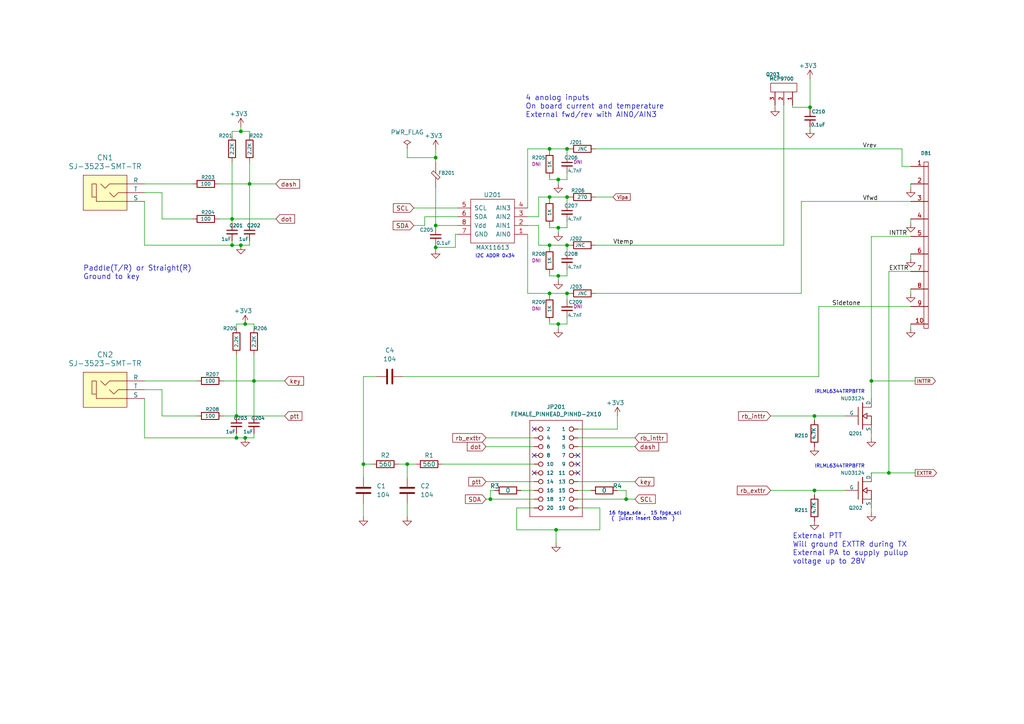
<source format=kicad_sch>
(kicad_sch (version 20230121) (generator eeschema)

  (uuid 1294d850-0f41-46c0-9078-ee5a9dce7376)

  (paper "A4")

  (title_block
    (title "Radioberry - amplifier for PA30")
    (date "2024-07-31")
    (rev "beta 1")
    (company "AppMind")
    (comment 1 "PA3GSB Johan Maas")
    (comment 2 "rev0.2 JG1TWP Yado-san")
  )

  (lib_symbols
    (symbol "Device:C" (pin_numbers hide) (pin_names (offset 0.254)) (in_bom yes) (on_board yes)
      (property "Reference" "C" (at 0.635 2.54 0)
        (effects (font (size 1.27 1.27)) (justify left))
      )
      (property "Value" "C" (at 0.635 -2.54 0)
        (effects (font (size 1.27 1.27)) (justify left))
      )
      (property "Footprint" "" (at 0.9652 -3.81 0)
        (effects (font (size 1.27 1.27)) hide)
      )
      (property "Datasheet" "~" (at 0 0 0)
        (effects (font (size 1.27 1.27)) hide)
      )
      (property "ki_keywords" "cap capacitor" (at 0 0 0)
        (effects (font (size 1.27 1.27)) hide)
      )
      (property "ki_description" "Unpolarized capacitor" (at 0 0 0)
        (effects (font (size 1.27 1.27)) hide)
      )
      (property "ki_fp_filters" "C_*" (at 0 0 0)
        (effects (font (size 1.27 1.27)) hide)
      )
      (symbol "C_0_1"
        (polyline
          (pts
            (xy -2.032 -0.762)
            (xy 2.032 -0.762)
          )
          (stroke (width 0.508) (type default))
          (fill (type none))
        )
        (polyline
          (pts
            (xy -2.032 0.762)
            (xy 2.032 0.762)
          )
          (stroke (width 0.508) (type default))
          (fill (type none))
        )
      )
      (symbol "C_1_1"
        (pin passive line (at 0 3.81 270) (length 2.794)
          (name "~" (effects (font (size 1.27 1.27))))
          (number "1" (effects (font (size 1.27 1.27))))
        )
        (pin passive line (at 0 -3.81 90) (length 2.794)
          (name "~" (effects (font (size 1.27 1.27))))
          (number "2" (effects (font (size 1.27 1.27))))
        )
      )
    )
    (symbol "Device:R" (pin_numbers hide) (pin_names (offset 0)) (in_bom yes) (on_board yes)
      (property "Reference" "R" (at 2.032 0 90)
        (effects (font (size 1.27 1.27)))
      )
      (property "Value" "R" (at 0 0 90)
        (effects (font (size 1.27 1.27)))
      )
      (property "Footprint" "" (at -1.778 0 90)
        (effects (font (size 1.27 1.27)) hide)
      )
      (property "Datasheet" "~" (at 0 0 0)
        (effects (font (size 1.27 1.27)) hide)
      )
      (property "ki_keywords" "R res resistor" (at 0 0 0)
        (effects (font (size 1.27 1.27)) hide)
      )
      (property "ki_description" "Resistor" (at 0 0 0)
        (effects (font (size 1.27 1.27)) hide)
      )
      (property "ki_fp_filters" "R_*" (at 0 0 0)
        (effects (font (size 1.27 1.27)) hide)
      )
      (symbol "R_0_1"
        (rectangle (start -1.016 -2.54) (end 1.016 2.54)
          (stroke (width 0.254) (type default))
          (fill (type none))
        )
      )
      (symbol "R_1_1"
        (pin passive line (at 0 3.81 270) (length 1.27)
          (name "~" (effects (font (size 1.27 1.27))))
          (number "1" (effects (font (size 1.27 1.27))))
        )
        (pin passive line (at 0 -3.81 90) (length 1.27)
          (name "~" (effects (font (size 1.27 1.27))))
          (number "2" (effects (font (size 1.27 1.27))))
        )
      )
    )
    (symbol "Radioberry:PINHEAD_PINHD-2X10" (pin_numbers hide) (pin_names (offset 1.016)) (in_bom yes) (on_board yes)
      (property "Reference" "JP" (at -6.35 13.335 0)
        (effects (font (size 1.143 1.143)) (justify left bottom))
      )
      (property "Value" "PINHEAD_PINHD-2X10" (at -6.35 -17.78 0)
        (effects (font (size 1.143 1.143)) (justify left bottom))
      )
      (property "Footprint" "PINHEAD_2X10" (at 0.762 3.81 0)
        (effects (font (size 0.508 0.508)) hide)
      )
      (property "Datasheet" "" (at 0 0 0)
        (effects (font (size 1.524 1.524)) hide)
      )
      (property "ki_locked" "" (at 0 0 0)
        (effects (font (size 1.27 1.27)))
      )
      (property "ki_fp_filters" "*PINHEAD_2X10* *PINHEAD_2X10_90*" (at 0 0 0)
        (effects (font (size 1.27 1.27)) hide)
      )
      (symbol "PINHEAD_PINHD-2X10_1_0"
        (polyline
          (pts
            (xy -6.35 -15.24)
            (xy 8.89 -15.24)
          )
          (stroke (width 0) (type solid))
          (fill (type none))
        )
        (polyline
          (pts
            (xy -6.35 12.7)
            (xy -6.35 -15.24)
          )
          (stroke (width 0) (type solid))
          (fill (type none))
        )
        (polyline
          (pts
            (xy 8.89 -15.24)
            (xy 8.89 12.7)
          )
          (stroke (width 0) (type solid))
          (fill (type none))
        )
        (polyline
          (pts
            (xy 8.89 12.7)
            (xy -6.35 12.7)
          )
          (stroke (width 0) (type solid))
          (fill (type none))
        )
      )
      (symbol "PINHEAD_PINHD-2X10_1_1"
        (pin passive inverted (at -5.08 10.16 0) (length 2.54)
          (name "1" (effects (font (size 1.016 1.016))))
          (number "1" (effects (font (size 1.016 1.016))))
        )
        (pin passive inverted (at 7.62 0 180) (length 2.54)
          (name "10" (effects (font (size 1.016 1.016))))
          (number "10" (effects (font (size 1.016 1.016))))
        )
        (pin passive inverted (at -5.08 -2.54 0) (length 2.54)
          (name "11" (effects (font (size 1.016 1.016))))
          (number "11" (effects (font (size 1.016 1.016))))
        )
        (pin passive inverted (at 7.62 -2.54 180) (length 2.54)
          (name "12" (effects (font (size 1.016 1.016))))
          (number "12" (effects (font (size 1.016 1.016))))
        )
        (pin passive inverted (at -5.08 -5.08 0) (length 2.54)
          (name "13" (effects (font (size 1.016 1.016))))
          (number "13" (effects (font (size 1.016 1.016))))
        )
        (pin passive inverted (at 7.62 -5.08 180) (length 2.54)
          (name "14" (effects (font (size 1.016 1.016))))
          (number "14" (effects (font (size 1.016 1.016))))
        )
        (pin passive inverted (at -5.08 -7.62 0) (length 2.54)
          (name "15" (effects (font (size 1.016 1.016))))
          (number "15" (effects (font (size 1.016 1.016))))
        )
        (pin passive inverted (at 7.62 -7.62 180) (length 2.54)
          (name "16" (effects (font (size 1.016 1.016))))
          (number "16" (effects (font (size 1.016 1.016))))
        )
        (pin passive inverted (at -5.08 -10.16 0) (length 2.54)
          (name "17" (effects (font (size 1.016 1.016))))
          (number "17" (effects (font (size 1.016 1.016))))
        )
        (pin passive inverted (at 7.62 -10.16 180) (length 2.54)
          (name "18" (effects (font (size 1.016 1.016))))
          (number "18" (effects (font (size 1.016 1.016))))
        )
        (pin passive inverted (at -5.08 -12.7 0) (length 2.54)
          (name "19" (effects (font (size 1.016 1.016))))
          (number "19" (effects (font (size 1.016 1.016))))
        )
        (pin passive inverted (at 7.62 10.16 180) (length 2.54)
          (name "2" (effects (font (size 1.016 1.016))))
          (number "2" (effects (font (size 1.016 1.016))))
        )
        (pin passive inverted (at 7.62 -12.7 180) (length 2.54)
          (name "20" (effects (font (size 1.016 1.016))))
          (number "20" (effects (font (size 1.016 1.016))))
        )
        (pin passive inverted (at -5.08 7.62 0) (length 2.54)
          (name "3" (effects (font (size 1.016 1.016))))
          (number "3" (effects (font (size 1.016 1.016))))
        )
        (pin passive inverted (at 7.62 7.62 180) (length 2.54)
          (name "4" (effects (font (size 1.016 1.016))))
          (number "4" (effects (font (size 1.016 1.016))))
        )
        (pin passive inverted (at -5.08 5.08 0) (length 2.54)
          (name "5" (effects (font (size 1.016 1.016))))
          (number "5" (effects (font (size 1.016 1.016))))
        )
        (pin passive inverted (at 7.62 5.08 180) (length 2.54)
          (name "6" (effects (font (size 1.016 1.016))))
          (number "6" (effects (font (size 1.016 1.016))))
        )
        (pin passive inverted (at -5.08 2.54 0) (length 2.54)
          (name "7" (effects (font (size 1.016 1.016))))
          (number "7" (effects (font (size 1.016 1.016))))
        )
        (pin passive inverted (at 7.62 2.54 180) (length 2.54)
          (name "8" (effects (font (size 1.016 1.016))))
          (number "8" (effects (font (size 1.016 1.016))))
        )
        (pin passive inverted (at -5.08 0 0) (length 2.54)
          (name "9" (effects (font (size 1.016 1.016))))
          (number "9" (effects (font (size 1.016 1.016))))
        )
      )
    )
    (symbol "Radioberry_LPF:SJ-3523-SMT-TR" (pin_numbers hide) (pin_names (offset 0)) (in_bom yes) (on_board yes)
      (property "Reference" "CON" (at -7.62 6.35 0)
        (effects (font (size 1.524 1.524)) (justify left))
      )
      (property "Value" "SJ-3523-SMT-TR" (at -1.27 -6.35 0)
        (effects (font (size 1.524 1.524)))
      )
      (property "Footprint" "N2ADR_LPF:SJ-3523-SMT-TR" (at 5.08 5.08 0)
        (effects (font (size 1.524 1.524)) (justify left) hide)
      )
      (property "Datasheet" "https://www.cui.com/product/resource/digikeypdf/sj-352x-smt_series.pdf" (at 5.08 7.62 0)
        (effects (font (size 1.524 1.524)) (justify left) hide)
      )
      (property "Digi-Key_PN" "CP-3523SJCT-ND" (at 5.08 10.16 0)
        (effects (font (size 1.524 1.524)) (justify left) hide)
      )
      (property "MPN" "SJ-3523-SMT-TR" (at 5.08 12.7 0)
        (effects (font (size 1.524 1.524)) (justify left) hide)
      )
      (property "Category" "Connectors, Interconnects" (at 5.08 15.24 0)
        (effects (font (size 1.524 1.524)) (justify left) hide)
      )
      (property "Family" "Barrel - Audio Connectors" (at 5.08 17.78 0)
        (effects (font (size 1.524 1.524)) (justify left) hide)
      )
      (property "DK_Datasheet_Link" "https://www.cui.com/product/resource/digikeypdf/sj-352x-smt_series.pdf" (at 5.08 20.32 0)
        (effects (font (size 1.524 1.524)) (justify left) hide)
      )
      (property "DK_Detail_Page" "/product-detail/en/cui-inc/SJ-3523-SMT-TR/CP-3523SJCT-ND/669704" (at 5.08 22.86 0)
        (effects (font (size 1.524 1.524)) (justify left) hide)
      )
      (property "Description" "CONN JACK STEREO 3.5MM SMD R/A" (at 5.08 25.4 0)
        (effects (font (size 1.524 1.524)) (justify left) hide)
      )
      (property "Manufacturer" "CUI Inc." (at 5.08 27.94 0)
        (effects (font (size 1.524 1.524)) (justify left) hide)
      )
      (property "Status" "Active" (at 5.08 30.48 0)
        (effects (font (size 1.524 1.524)) (justify left) hide)
      )
      (property "ki_keywords" "CP-3523SJCT-ND SJ" (at 0 0 0)
        (effects (font (size 1.27 1.27)) hide)
      )
      (property "ki_description" "CONN JACK STEREO 3.5MM SMD R/A" (at 0 0 0)
        (effects (font (size 1.27 1.27)) hide)
      )
      (symbol "SJ-3523-SMT-TR_0_1"
        (polyline
          (pts
            (xy 5.08 0)
            (xy 2.54 0)
            (xy 1.27 -1.27)
            (xy 0 0)
          )
          (stroke (width 0) (type solid))
          (fill (type none))
        )
        (polyline
          (pts
            (xy 5.08 2.54)
            (xy 0 2.54)
            (xy -1.27 1.27)
            (xy -2.54 2.54)
          )
          (stroke (width 0) (type solid))
          (fill (type none))
        )
        (polyline
          (pts
            (xy 5.08 -2.54)
            (xy -3.81 -2.54)
            (xy -3.81 2.54)
            (xy -5.08 2.54)
            (xy -5.08 -1.27)
            (xy -3.81 -1.27)
          )
          (stroke (width 0) (type solid))
          (fill (type none))
        )
        (rectangle (start 5.08 5.08) (end -7.62 -5.08)
          (stroke (width 0) (type solid))
          (fill (type background))
        )
      )
      (symbol "SJ-3523-SMT-TR_1_1"
        (pin passive line (at 10.16 -2.54 180) (length 5.08)
          (name "S" (effects (font (size 1.27 1.27))))
          (number "1" (effects (font (size 1.27 1.27))))
        )
        (pin passive line (at 10.16 0 180) (length 5.08)
          (name "T" (effects (font (size 1.27 1.27))))
          (number "2" (effects (font (size 1.27 1.27))))
        )
        (pin passive line (at 10.16 2.54 180) (length 5.08)
          (name "R" (effects (font (size 1.27 1.27))))
          (number "3" (effects (font (size 1.27 1.27))))
        )
      )
    )
    (symbol "hermeslite:C_Small" (pin_numbers hide) (pin_names (offset 0.254) hide) (in_bom yes) (on_board yes)
      (property "Reference" "C" (at 0.254 1.778 0)
        (effects (font (size 1.27 1.27)) (justify left))
      )
      (property "Value" "C_Small" (at 0.254 -2.032 0)
        (effects (font (size 1.27 1.27)) (justify left))
      )
      (property "Footprint" "" (at 0 0 0)
        (effects (font (size 1.27 1.27)) hide)
      )
      (property "Datasheet" "" (at 0 0 0)
        (effects (font (size 1.27 1.27)) hide)
      )
      (property "ki_keywords" "capacitor cap" (at 0 0 0)
        (effects (font (size 1.27 1.27)) hide)
      )
      (property "ki_description" "Unpolarized capacitor" (at 0 0 0)
        (effects (font (size 1.27 1.27)) hide)
      )
      (property "ki_fp_filters" "C_*" (at 0 0 0)
        (effects (font (size 1.27 1.27)) hide)
      )
      (symbol "C_Small_0_1"
        (polyline
          (pts
            (xy -1.524 -0.508)
            (xy 1.524 -0.508)
          )
          (stroke (width 0.3302) (type solid))
          (fill (type none))
        )
        (polyline
          (pts
            (xy -1.524 0.508)
            (xy 1.524 0.508)
          )
          (stroke (width 0.3048) (type solid))
          (fill (type none))
        )
      )
      (symbol "C_Small_1_1"
        (pin passive line (at 0 2.54 270) (length 2.032)
          (name "~" (effects (font (size 1.27 1.27))))
          (number "1" (effects (font (size 1.27 1.27))))
        )
        (pin passive line (at 0 -2.54 90) (length 2.032)
          (name "~" (effects (font (size 1.27 1.27))))
          (number "2" (effects (font (size 1.27 1.27))))
        )
      )
    )
    (symbol "hermeslite:FB" (pin_numbers hide) (pin_names (offset 1.016)) (in_bom yes) (on_board yes)
      (property "Reference" "FB" (at 1.905 -1.27 0)
        (effects (font (size 0.9906 0.9906)))
      )
      (property "Value" "FB" (at 0 2.54 0)
        (effects (font (size 1.524 1.524)) hide)
      )
      (property "Footprint" "" (at 0 0 0)
        (effects (font (size 1.524 1.524)))
      )
      (property "Datasheet" "" (at 0 0 0)
        (effects (font (size 1.524 1.524)))
      )
      (symbol "FB_0_1"
        (polyline
          (pts
            (xy 0.635 1.27)
            (xy 1.27 0.635)
            (xy -0.635 -1.27)
            (xy -1.27 -0.635)
            (xy 0.635 1.27)
          )
          (stroke (width 0) (type solid))
          (fill (type none))
        )
      )
      (symbol "FB_1_1"
        (pin passive line (at -3.81 0 0) (length 3.1496)
          (name "~" (effects (font (size 1.524 1.524))))
          (number "1" (effects (font (size 1.524 1.524))))
        )
        (pin input line (at 3.81 0 180) (length 3.1496)
          (name "~" (effects (font (size 1.524 1.524))))
          (number "2" (effects (font (size 1.524 1.524))))
        )
      )
    )
    (symbol "hermeslite:IO10" (pin_names (offset 1.016)) (in_bom yes) (on_board yes)
      (property "Reference" "DB" (at -1.905 -15.24 0)
        (effects (font (size 0.9906 0.9906)))
      )
      (property "Value" "IO10" (at -1.905 35.56 0)
        (effects (font (size 0.9906 0.9906)) hide)
      )
      (property "Footprint" "" (at 0 -8.89 0)
        (effects (font (size 1.524 1.524)))
      )
      (property "Datasheet" "" (at 0 -8.89 0)
        (effects (font (size 1.524 1.524)))
      )
      (symbol "IO10_0_1"
        (rectangle (start -2.54 34.29) (end -1.27 -13.97)
          (stroke (width 0) (type solid))
          (fill (type none))
        )
      )
      (symbol "IO10_1_1"
        (pin input line (at 2.54 33.02 180) (length 5.08)
          (name "~" (effects (font (size 1.27 1.27))))
          (number "1" (effects (font (size 1.27 1.27))))
        )
        (pin input line (at 2.54 -12.7 180) (length 5.08)
          (name "~" (effects (font (size 1.27 1.27))))
          (number "10" (effects (font (size 1.27 1.27))))
        )
        (pin input line (at 2.54 27.94 180) (length 5.08)
          (name "~" (effects (font (size 1.27 1.27))))
          (number "2" (effects (font (size 1.27 1.27))))
        )
        (pin input line (at 2.54 22.86 180) (length 5.08)
          (name "~" (effects (font (size 1.27 1.27))))
          (number "3" (effects (font (size 1.27 1.27))))
        )
        (pin input line (at 2.54 17.78 180) (length 5.08)
          (name "~" (effects (font (size 1.27 1.27))))
          (number "4" (effects (font (size 1.27 1.27))))
        )
        (pin input line (at 2.54 12.7 180) (length 5.08)
          (name "~" (effects (font (size 1.27 1.27))))
          (number "5" (effects (font (size 1.27 1.27))))
        )
        (pin input line (at 2.54 7.62 180) (length 5.08)
          (name "~" (effects (font (size 1.27 1.27))))
          (number "6" (effects (font (size 1.27 1.27))))
        )
        (pin input line (at 2.54 2.54 180) (length 5.08)
          (name "~" (effects (font (size 1.27 1.27))))
          (number "7" (effects (font (size 1.27 1.27))))
        )
        (pin input line (at 2.54 -2.54 180) (length 5.08)
          (name "~" (effects (font (size 1.27 1.27))))
          (number "8" (effects (font (size 1.27 1.27))))
        )
        (pin input line (at 2.54 -7.62 180) (length 5.08)
          (name "~" (effects (font (size 1.27 1.27))))
          (number "9" (effects (font (size 1.27 1.27))))
        )
      )
    )
    (symbol "hermeslite:JNC" (pin_numbers hide) (pin_names (offset 0)) (in_bom yes) (on_board yes)
      (property "Reference" "J" (at 2.032 0 90)
        (effects (font (size 0.9906 0.9906)))
      )
      (property "Value" "JNC" (at 0 0 90)
        (effects (font (size 0.9906 0.9906)))
      )
      (property "Footprint" "" (at -1.778 0 90)
        (effects (font (size 1.27 1.27)))
      )
      (property "Datasheet" "" (at 0 0 0)
        (effects (font (size 1.27 1.27)))
      )
      (property "ki_keywords" "R DEV" (at 0 0 0)
        (effects (font (size 1.27 1.27)) hide)
      )
      (property "ki_description" "Resistor" (at 0 0 0)
        (effects (font (size 1.27 1.27)) hide)
      )
      (property "ki_fp_filters" "R_* Resistor_*" (at 0 0 0)
        (effects (font (size 1.27 1.27)) hide)
      )
      (symbol "JNC_0_1"
        (rectangle (start -1.016 -2.54) (end 1.016 2.54)
          (stroke (width 0.254) (type solid))
          (fill (type none))
        )
      )
      (symbol "JNC_1_1"
        (pin passive line (at 0 -3.81 90) (length 1.27)
          (name "~" (effects (font (size 1.27 1.27))))
          (number "1" (effects (font (size 1.27 1.27))))
        )
        (pin passive line (at 0 3.81 270) (length 1.27)
          (name "~" (effects (font (size 1.27 1.27))))
          (number "2" (effects (font (size 1.27 1.27))))
        )
      )
    )
    (symbol "hermeslite:MAX11613" (pin_names (offset 1.016)) (in_bom yes) (on_board yes)
      (property "Reference" "U" (at 0 -7.62 0)
        (effects (font (size 1.27 1.27)))
      )
      (property "Value" "MAX11613" (at 0 7.62 0)
        (effects (font (size 1.2446 1.2446)) hide)
      )
      (property "Footprint" "MODULE" (at 0 -12.065 0)
        (effects (font (size 1.27 1.27)) hide)
      )
      (property "Datasheet" "DOCUMENTATION" (at 0 -7.62 0)
        (effects (font (size 1.27 1.27)) hide)
      )
      (symbol "MAX11613_0_1"
        (rectangle (start -6.35 6.35) (end 6.35 -6.35)
          (stroke (width 0) (type solid))
          (fill (type none))
        )
      )
      (symbol "MAX11613_1_1"
        (pin input line (at -10.16 3.81 0) (length 3.81)
          (name "AIN0" (effects (font (size 1.27 1.27))))
          (number "1" (effects (font (size 1.27 1.27))))
        )
        (pin power_in line (at -10.16 1.27 0) (length 3.81)
          (name "AIN1" (effects (font (size 1.27 1.27))))
          (number "2" (effects (font (size 1.27 1.27))))
        )
        (pin input line (at -10.16 -1.27 0) (length 3.81)
          (name "AIN2" (effects (font (size 1.27 1.27))))
          (number "3" (effects (font (size 1.27 1.27))))
        )
        (pin power_in line (at -10.16 -3.81 0) (length 3.81)
          (name "AIN3" (effects (font (size 1.27 1.27))))
          (number "4" (effects (font (size 1.27 1.27))))
        )
        (pin input line (at 10.16 -3.81 180) (length 3.81)
          (name "SCL" (effects (font (size 1.27 1.27))))
          (number "5" (effects (font (size 1.27 1.27))))
        )
        (pin input line (at 10.16 -1.27 180) (length 3.81)
          (name "SDA" (effects (font (size 1.27 1.27))))
          (number "6" (effects (font (size 1.27 1.27))))
        )
        (pin input line (at 10.16 3.81 180) (length 3.81)
          (name "GND" (effects (font (size 1.27 1.27))))
          (number "7" (effects (font (size 1.27 1.27))))
        )
        (pin power_out line (at 10.16 1.27 180) (length 3.81)
          (name "Vdd" (effects (font (size 1.27 1.27))))
          (number "8" (effects (font (size 1.27 1.27))))
        )
      )
    )
    (symbol "hermeslite:MCP9700" (pin_names (offset 1.016)) (in_bom yes) (on_board yes)
      (property "Reference" "Q" (at -1.27 8.89 0)
        (effects (font (size 0.9906 0.9906)))
      )
      (property "Value" "MCP9700" (at -1.27 -1.27 0)
        (effects (font (size 0.9906 0.9906)))
      )
      (property "Footprint" "" (at 0 0 0)
        (effects (font (size 1.524 1.524)) hide)
      )
      (property "Datasheet" "" (at 0 0 0)
        (effects (font (size 1.524 1.524)) hide)
      )
      (symbol "MCP9700_0_1"
        (rectangle (start -2.54 7.62) (end 0 0)
          (stroke (width 0) (type solid))
          (fill (type none))
        )
      )
      (symbol "MCP9700_1_1"
        (pin passive line (at 3.81 6.35 180) (length 3.81)
          (name "~" (effects (font (size 1.016 1.016))))
          (number "1" (effects (font (size 1.016 1.016))))
        )
        (pin passive line (at 3.81 3.81 180) (length 3.81)
          (name "~" (effects (font (size 1.016 1.016))))
          (number "2" (effects (font (size 1.016 1.016))))
        )
        (pin passive line (at 3.81 1.27 180) (length 3.81)
          (name "~" (effects (font (size 1.016 1.016))))
          (number "3" (effects (font (size 1.016 1.016))))
        )
      )
    )
    (symbol "hermeslite:MOSFET_N" (pin_numbers hide) (pin_names (offset 0)) (in_bom yes) (on_board yes)
      (property "Reference" "Q" (at 0.254 4.318 0)
        (effects (font (size 1.524 1.524)) (justify right))
      )
      (property "Value" "MOSFET_N" (at 0.254 -3.81 0)
        (effects (font (size 1.524 1.524)) (justify right))
      )
      (property "Footprint" "" (at 0 0 0)
        (effects (font (size 1.524 1.524)))
      )
      (property "Datasheet" "" (at 0 0 0)
        (effects (font (size 1.524 1.524)))
      )
      (symbol "MOSFET_N_0_1"
        (polyline
          (pts
            (xy -1.27 -2.54)
            (xy -1.27 2.54)
          )
          (stroke (width 0.2032) (type solid))
          (fill (type none))
        )
        (polyline
          (pts
            (xy 0 -3.81)
            (xy 0 3.81)
          )
          (stroke (width 0.254) (type solid))
          (fill (type none))
        )
        (polyline
          (pts
            (xy 2.54 -2.54)
            (xy 0 -2.54)
          )
          (stroke (width 0) (type solid))
          (fill (type none))
        )
        (polyline
          (pts
            (xy 2.54 2.54)
            (xy 0 2.54)
          )
          (stroke (width 0) (type solid))
          (fill (type none))
        )
        (polyline
          (pts
            (xy 2.54 -2.54)
            (xy 2.54 0)
            (xy 1.27 0)
          )
          (stroke (width 0.2032) (type solid))
          (fill (type none))
        )
        (polyline
          (pts
            (xy 1.27 0.762)
            (xy 1.27 -0.762)
            (xy 0 0)
            (xy 1.27 0.762)
            (xy 1.27 0.762)
          )
          (stroke (width 0.2032) (type solid))
          (fill (type none))
        )
      )
      (symbol "MOSFET_N_1_1"
        (pin input line (at -5.08 0 0) (length 3.81)
          (name "G" (effects (font (size 1.016 1.016))))
          (number "1" (effects (font (size 1.016 1.016))))
        )
        (pin passive line (at 2.54 -5.08 90) (length 2.54)
          (name "S" (effects (font (size 1.016 1.016))))
          (number "2" (effects (font (size 1.016 1.016))))
        )
        (pin passive line (at 2.54 5.08 270) (length 2.54)
          (name "D" (effects (font (size 1.016 1.016))))
          (number "3" (effects (font (size 1.016 1.016))))
        )
      )
    )
    (symbol "hermeslite:R" (pin_numbers hide) (pin_names (offset 0)) (in_bom yes) (on_board yes)
      (property "Reference" "R" (at 2.032 0 90)
        (effects (font (size 1.27 1.27)))
      )
      (property "Value" "R" (at 0 0 90)
        (effects (font (size 1.27 1.27)))
      )
      (property "Footprint" "" (at -1.778 0 90)
        (effects (font (size 1.27 1.27)) hide)
      )
      (property "Datasheet" "" (at 0 0 0)
        (effects (font (size 1.27 1.27)) hide)
      )
      (property "ki_keywords" "r res resistor" (at 0 0 0)
        (effects (font (size 1.27 1.27)) hide)
      )
      (property "ki_description" "Resistor" (at 0 0 0)
        (effects (font (size 1.27 1.27)) hide)
      )
      (property "ki_fp_filters" "R_* R_*" (at 0 0 0)
        (effects (font (size 1.27 1.27)) hide)
      )
      (symbol "R_0_1"
        (rectangle (start -1.016 -2.54) (end 1.016 2.54)
          (stroke (width 0.254) (type solid))
          (fill (type none))
        )
      )
      (symbol "R_1_1"
        (pin passive line (at 0 3.81 270) (length 1.27)
          (name "~" (effects (font (size 1.27 1.27))))
          (number "1" (effects (font (size 1.27 1.27))))
        )
        (pin passive line (at 0 -3.81 90) (length 1.27)
          (name "~" (effects (font (size 1.27 1.27))))
          (number "2" (effects (font (size 1.27 1.27))))
        )
      )
    )
    (symbol "power:+3V3" (power) (pin_names (offset 0)) (in_bom yes) (on_board yes)
      (property "Reference" "#PWR" (at 0 -3.81 0)
        (effects (font (size 1.27 1.27)) hide)
      )
      (property "Value" "+3V3" (at 0 3.556 0)
        (effects (font (size 1.27 1.27)))
      )
      (property "Footprint" "" (at 0 0 0)
        (effects (font (size 1.27 1.27)) hide)
      )
      (property "Datasheet" "" (at 0 0 0)
        (effects (font (size 1.27 1.27)) hide)
      )
      (property "ki_keywords" "global power" (at 0 0 0)
        (effects (font (size 1.27 1.27)) hide)
      )
      (property "ki_description" "Power symbol creates a global label with name \"+3V3\"" (at 0 0 0)
        (effects (font (size 1.27 1.27)) hide)
      )
      (symbol "+3V3_0_1"
        (polyline
          (pts
            (xy -0.762 1.27)
            (xy 0 2.54)
          )
          (stroke (width 0) (type default))
          (fill (type none))
        )
        (polyline
          (pts
            (xy 0 0)
            (xy 0 2.54)
          )
          (stroke (width 0) (type default))
          (fill (type none))
        )
        (polyline
          (pts
            (xy 0 2.54)
            (xy 0.762 1.27)
          )
          (stroke (width 0) (type default))
          (fill (type none))
        )
      )
      (symbol "+3V3_1_1"
        (pin power_in line (at 0 0 90) (length 0) hide
          (name "+3V3" (effects (font (size 1.27 1.27))))
          (number "1" (effects (font (size 1.27 1.27))))
        )
      )
    )
    (symbol "power:GND" (power) (pin_names (offset 0)) (in_bom yes) (on_board yes)
      (property "Reference" "#PWR" (at 0 -6.35 0)
        (effects (font (size 1.27 1.27)) hide)
      )
      (property "Value" "GND" (at 0 -3.81 0)
        (effects (font (size 1.27 1.27)))
      )
      (property "Footprint" "" (at 0 0 0)
        (effects (font (size 1.27 1.27)) hide)
      )
      (property "Datasheet" "" (at 0 0 0)
        (effects (font (size 1.27 1.27)) hide)
      )
      (property "ki_keywords" "global power" (at 0 0 0)
        (effects (font (size 1.27 1.27)) hide)
      )
      (property "ki_description" "Power symbol creates a global label with name \"GND\" , ground" (at 0 0 0)
        (effects (font (size 1.27 1.27)) hide)
      )
      (symbol "GND_0_1"
        (polyline
          (pts
            (xy 0 0)
            (xy 0 -1.27)
            (xy 1.27 -1.27)
            (xy 0 -2.54)
            (xy -1.27 -1.27)
            (xy 0 -1.27)
          )
          (stroke (width 0) (type default))
          (fill (type none))
        )
      )
      (symbol "GND_1_1"
        (pin power_in line (at 0 0 270) (length 0) hide
          (name "GND" (effects (font (size 1.27 1.27))))
          (number "1" (effects (font (size 1.27 1.27))))
        )
      )
    )
    (symbol "power:PWR_FLAG" (power) (pin_numbers hide) (pin_names (offset 0) hide) (in_bom yes) (on_board yes)
      (property "Reference" "#FLG" (at 0 1.905 0)
        (effects (font (size 1.27 1.27)) hide)
      )
      (property "Value" "PWR_FLAG" (at 0 3.81 0)
        (effects (font (size 1.27 1.27)))
      )
      (property "Footprint" "" (at 0 0 0)
        (effects (font (size 1.27 1.27)) hide)
      )
      (property "Datasheet" "~" (at 0 0 0)
        (effects (font (size 1.27 1.27)) hide)
      )
      (property "ki_keywords" "flag power" (at 0 0 0)
        (effects (font (size 1.27 1.27)) hide)
      )
      (property "ki_description" "Special symbol for telling ERC where power comes from" (at 0 0 0)
        (effects (font (size 1.27 1.27)) hide)
      )
      (symbol "PWR_FLAG_0_0"
        (pin power_out line (at 0 0 90) (length 0)
          (name "pwr" (effects (font (size 1.27 1.27))))
          (number "1" (effects (font (size 1.27 1.27))))
        )
      )
      (symbol "PWR_FLAG_0_1"
        (polyline
          (pts
            (xy 0 0)
            (xy 0 1.27)
            (xy -1.016 1.905)
            (xy 0 2.54)
            (xy 1.016 1.905)
            (xy 0 1.27)
          )
          (stroke (width 0) (type default))
          (fill (type none))
        )
      )
    )
  )

  (junction (at 159.385 85.09) (diameter 0) (color 0 0 0 0)
    (uuid 09880d45-f7a2-4921-8690-78110bafcca1)
  )
  (junction (at 236.22 120.65) (diameter 0) (color 0 0 0 0)
    (uuid 1afaa32e-8620-45ab-bb9b-f10f31b4e521)
  )
  (junction (at 105.41 134.62) (diameter 0) (color 0 0 0 0)
    (uuid 22be4645-38d0-44e9-bf40-986496b2226b)
  )
  (junction (at 68.58 127) (diameter 0) (color 0 0 0 0)
    (uuid 272374e1-4aaf-4b29-ae26-cb1a572da666)
  )
  (junction (at 142.24 144.78) (diameter 0) (color 0 0 0 0)
    (uuid 28a240b2-b2d7-48d3-93e1-18a5800f4310)
  )
  (junction (at 164.465 71.12) (diameter 0) (color 0 0 0 0)
    (uuid 325171e3-6e93-4711-9ce9-323e9cb436ea)
  )
  (junction (at 164.465 85.09) (diameter 0) (color 0 0 0 0)
    (uuid 3a28ff68-a813-4183-b3f6-35601627bc0f)
  )
  (junction (at 67.31 71.12) (diameter 0) (color 0 0 0 0)
    (uuid 3fa768dc-a7fe-4c16-a45a-0cc5b9589d0c)
  )
  (junction (at 159.385 57.15) (diameter 0) (color 0 0 0 0)
    (uuid 50229af3-1652-45eb-a3f9-8706f6f01f26)
  )
  (junction (at 257.81 137.16) (diameter 0) (color 0 0 0 0)
    (uuid 655545f3-1dd5-4429-9914-b2156bcc5a8b)
  )
  (junction (at 161.925 80.01) (diameter 0) (color 0 0 0 0)
    (uuid 676d675f-29cc-4a7a-88e9-f160160414b5)
  )
  (junction (at 161.29 153.67) (diameter 0) (color 0 0 0 0)
    (uuid 710d1856-6aa2-4f31-a1de-1fd10003e0a1)
  )
  (junction (at 236.22 142.24) (diameter 0) (color 0 0 0 0)
    (uuid 8959e81b-84c3-4d8a-8d4f-37ea6ce1dafd)
  )
  (junction (at 71.12 93.98) (diameter 0) (color 0 0 0 0)
    (uuid 89e8af7a-8bc8-4c76-ae35-5ea4552397fe)
  )
  (junction (at 252.73 110.49) (diameter 0) (color 0 0 0 0)
    (uuid 90373d1b-c11a-48c6-8f62-aeb56aded4bc)
  )
  (junction (at 161.925 93.98) (diameter 0) (color 0 0 0 0)
    (uuid 92a77c09-57b1-4706-84be-d7cfc9be6ca8)
  )
  (junction (at 234.95 31.115) (diameter 0) (color 0 0 0 0)
    (uuid 93833d8f-41a3-4d56-bbe7-aef3fe004b7f)
  )
  (junction (at 69.85 38.1) (diameter 0) (color 0 0 0 0)
    (uuid 955ba6ad-7fa5-4e23-9ebd-f39ad054fe3c)
  )
  (junction (at 181.61 144.78) (diameter 0) (color 0 0 0 0)
    (uuid 9a1f2f98-2978-4cb2-8d39-615435043efb)
  )
  (junction (at 118.11 134.62) (diameter 0) (color 0 0 0 0)
    (uuid a52ec574-f415-4086-9d36-3753625bb8e6)
  )
  (junction (at 68.58 120.65) (diameter 0) (color 0 0 0 0)
    (uuid a78f6d92-7656-47ed-a616-891b6a0cb291)
  )
  (junction (at 164.465 57.15) (diameter 0) (color 0 0 0 0)
    (uuid a7b57b22-c9ff-4f83-9927-ede80b4ed9e7)
  )
  (junction (at 71.12 127) (diameter 0) (color 0 0 0 0)
    (uuid a899bfab-fb96-4847-adc4-2354a68db008)
  )
  (junction (at 159.385 43.18) (diameter 0) (color 0 0 0 0)
    (uuid ada41ea3-ab5a-4d2d-96c5-bf826654afbe)
  )
  (junction (at 161.925 52.07) (diameter 0) (color 0 0 0 0)
    (uuid b4d4fd6a-5f2d-4723-9540-6169685fbe4f)
  )
  (junction (at 126.365 45.72) (diameter 0) (color 0 0 0 0)
    (uuid c8fdecf6-6d2a-4211-a3dc-825e6c98aa57)
  )
  (junction (at 73.66 110.49) (diameter 0) (color 0 0 0 0)
    (uuid cee448d8-6681-462d-a124-395d884f89ff)
  )
  (junction (at 126.365 65.405) (diameter 0) (color 0 0 0 0)
    (uuid d1765ef5-d85f-4c0c-b6ed-5fb381f74f06)
  )
  (junction (at 67.31 63.5) (diameter 0) (color 0 0 0 0)
    (uuid d83d4b53-5a8b-4332-bd3e-e508b3116306)
  )
  (junction (at 159.385 71.12) (diameter 0) (color 0 0 0 0)
    (uuid db0095a3-6898-4733-b5d7-8ad9afbf8949)
  )
  (junction (at 72.39 53.34) (diameter 0) (color 0 0 0 0)
    (uuid dd9f2bf6-7545-442e-9133-0ba92de2b062)
  )
  (junction (at 69.85 71.12) (diameter 0) (color 0 0 0 0)
    (uuid e2e020e7-dc21-4f39-b5f6-f0912171d428)
  )
  (junction (at 164.465 43.18) (diameter 0) (color 0 0 0 0)
    (uuid e5fff3e7-616e-44bf-b700-b5305a8ab90f)
  )
  (junction (at 126.365 71.755) (diameter 0) (color 0 0 0 0)
    (uuid f61ad110-6910-4358-a4ca-e3a27f6861a9)
  )
  (junction (at 161.925 66.04) (diameter 0) (color 0 0 0 0)
    (uuid fccddc22-390a-4c49-a582-04fe57f78935)
  )

  (no_connect (at 154.94 124.46) (uuid 3ceceb5b-020a-4a7e-8746-29875dbd9b07))
  (no_connect (at 154.94 137.16) (uuid 50f99d9d-9c74-4d4a-9230-e3184581015d))
  (no_connect (at 167.64 137.16) (uuid 5824f47f-ea4c-47c1-9a6f-b6ede1c8d6ec))
  (no_connect (at 167.64 134.62) (uuid 7bb769d5-8b82-4286-9812-9920e9a31ecd))
  (no_connect (at 154.94 132.08) (uuid b956163b-3d04-4529-a2bb-6314e5ea5dfe))
  (no_connect (at 167.64 132.08) (uuid d3e6ecc0-f10d-45a2-abf2-3bdc5be3cbed))

  (wire (pts (xy 161.925 66.04) (xy 161.925 67.31))
    (stroke (width 0) (type default))
    (uuid 00aa20c5-0a1a-41a7-a3ba-7d7e71ce4c8e)
  )
  (wire (pts (xy 67.31 46.99) (xy 67.31 63.5))
    (stroke (width 0) (type default))
    (uuid 03662467-3602-43d4-98d6-6c3484768c25)
  )
  (wire (pts (xy 67.31 71.12) (xy 69.85 71.12))
    (stroke (width 0) (type default))
    (uuid 03fd248f-d5e2-4ea7-ba24-562ecef23b83)
  )
  (wire (pts (xy 72.39 38.1) (xy 72.39 39.37))
    (stroke (width 0) (type default))
    (uuid 06da9320-1715-44cf-8745-35be55dda7ee)
  )
  (wire (pts (xy 264.16 73.66) (xy 264.16 74.93))
    (stroke (width 0) (type default))
    (uuid 0832aa0d-f8fc-4cfe-b69a-e9c3b4d7f158)
  )
  (wire (pts (xy 73.66 127) (xy 73.66 125.73))
    (stroke (width 0) (type default))
    (uuid 087c3458-5b7d-4753-ae5d-bad7b921296e)
  )
  (wire (pts (xy 161.925 80.01) (xy 161.925 81.28))
    (stroke (width 0) (type default))
    (uuid 08ac871f-6906-4a45-88d9-f4fc4e790d0a)
  )
  (wire (pts (xy 126.365 43.18) (xy 126.365 45.72))
    (stroke (width 0) (type default))
    (uuid 0a29ef52-6cf5-46c2-aa61-0c43e58f34d1)
  )
  (wire (pts (xy 161.925 66.04) (xy 164.465 66.04))
    (stroke (width 0) (type default))
    (uuid 0a545e76-cc14-4196-9d52-0f2b34ed265f)
  )
  (wire (pts (xy 164.465 71.12) (xy 164.465 73.025))
    (stroke (width 0) (type default))
    (uuid 0d7b7bf9-0c8f-4fa8-846c-496dc9f601de)
  )
  (wire (pts (xy 72.39 46.99) (xy 72.39 53.34))
    (stroke (width 0) (type default))
    (uuid 0df9c288-32c2-4411-a8ec-d5a59673cf88)
  )
  (wire (pts (xy 167.64 147.32) (xy 173.99 147.32))
    (stroke (width 0) (type default))
    (uuid 0e2be48a-53e2-4b19-9ced-3dad9d9c4ff3)
  )
  (wire (pts (xy 142.24 144.78) (xy 154.94 144.78))
    (stroke (width 0) (type default))
    (uuid 0f12f668-9809-43c3-9bba-6b3ca1f968fd)
  )
  (wire (pts (xy 120.015 60.325) (xy 132.715 60.325))
    (stroke (width 0) (type default))
    (uuid 0fabd8d0-f444-4bee-bc4a-056e9e531559)
  )
  (wire (pts (xy 153.035 65.405) (xy 156.21 65.405))
    (stroke (width 0) (type default))
    (uuid 111b5399-938e-4c77-86bd-397060ccbf47)
  )
  (wire (pts (xy 71.12 93.98) (xy 73.66 93.98))
    (stroke (width 0) (type default))
    (uuid 118236b4-b2f3-4ad8-8e68-be3e2927e5f6)
  )
  (wire (pts (xy 149.86 153.67) (xy 149.86 147.32))
    (stroke (width 0) (type default))
    (uuid 13b85654-c135-4d65-8d90-e986447a388b)
  )
  (wire (pts (xy 153.035 67.945) (xy 153.035 85.09))
    (stroke (width 0) (type default))
    (uuid 146abadb-5636-4bc3-bad1-ae1a079a42d2)
  )
  (wire (pts (xy 159.385 43.18) (xy 159.385 43.815))
    (stroke (width 0) (type default))
    (uuid 1a04f9fc-23e8-41c2-a6dd-ffd459471a59)
  )
  (wire (pts (xy 132.08 67.945) (xy 132.715 67.945))
    (stroke (width 0) (type default))
    (uuid 1a2e7d06-d49e-4a31-a6e1-79c22eb49fe1)
  )
  (wire (pts (xy 167.64 124.46) (xy 179.07 124.46))
    (stroke (width 0) (type default))
    (uuid 1bb2b29e-5bad-44f3-b84d-6a0fcce8f4e5)
  )
  (wire (pts (xy 172.72 57.15) (xy 177.8 57.15))
    (stroke (width 0) (type default))
    (uuid 1cac9dfe-00b6-495e-87ef-917a884ba528)
  )
  (wire (pts (xy 105.41 134.62) (xy 107.95 134.62))
    (stroke (width 0) (type default))
    (uuid 22aa2425-1500-4418-99ce-4601f6a1cd42)
  )
  (wire (pts (xy 264.16 53.34) (xy 264.16 54.61))
    (stroke (width 0) (type default))
    (uuid 22b71187-0137-45b7-9f9c-52310f730c83)
  )
  (wire (pts (xy 161.925 93.98) (xy 164.465 93.98))
    (stroke (width 0) (type default))
    (uuid 23251a6f-fd56-4275-8c11-cf030267b147)
  )
  (wire (pts (xy 115.57 134.62) (xy 118.11 134.62))
    (stroke (width 0) (type default))
    (uuid 23959199-a71b-49a8-bcc9-05632bfef7ff)
  )
  (wire (pts (xy 105.41 138.43) (xy 105.41 134.62))
    (stroke (width 0) (type default))
    (uuid 24634580-93d5-4848-a3c1-b0bde09e6ea8)
  )
  (wire (pts (xy 68.58 125.73) (xy 68.58 127))
    (stroke (width 0) (type default))
    (uuid 24709f75-6f71-46c4-bf84-5d6bfaef5c7f)
  )
  (wire (pts (xy 69.85 36.83) (xy 69.85 38.1))
    (stroke (width 0) (type default))
    (uuid 2587cf66-cd98-490d-8e9a-78301fb49c4f)
  )
  (wire (pts (xy 164.465 80.01) (xy 164.465 78.105))
    (stroke (width 0) (type default))
    (uuid 281b1f99-2ea5-4a34-8a13-b6298074c6b6)
  )
  (wire (pts (xy 46.99 55.88) (xy 46.99 63.5))
    (stroke (width 0) (type default))
    (uuid 290b54dd-0bf3-4972-aa21-ab2122f58a71)
  )
  (wire (pts (xy 223.52 142.24) (xy 236.22 142.24))
    (stroke (width 0) (type default))
    (uuid 29f615c7-5518-4085-b787-cde49ae381ec)
  )
  (wire (pts (xy 164.465 52.07) (xy 164.465 50.165))
    (stroke (width 0) (type default))
    (uuid 2abf45d7-cf5b-48bb-a9b3-4f5228a5548b)
  )
  (wire (pts (xy 164.465 57.15) (xy 165.1 57.15))
    (stroke (width 0) (type default))
    (uuid 2acff03f-98e1-44f5-9f64-6a022fbd9e7c)
  )
  (wire (pts (xy 234.95 36.83) (xy 234.95 37.465))
    (stroke (width 0) (type default))
    (uuid 2becaab1-6d40-492a-ba45-ab6e36e7e86b)
  )
  (wire (pts (xy 264.16 93.98) (xy 264.16 95.25))
    (stroke (width 0) (type default))
    (uuid 2c33e14c-4a59-4f50-8e26-7bdbf95529e2)
  )
  (wire (pts (xy 159.385 52.07) (xy 161.925 52.07))
    (stroke (width 0) (type default))
    (uuid 2ca7c308-5ad6-4ae5-aadd-dd314372fe22)
  )
  (wire (pts (xy 264.16 83.82) (xy 264.16 85.09))
    (stroke (width 0) (type default))
    (uuid 2ca92b9f-d5a6-4cae-aa57-2df6ee413074)
  )
  (wire (pts (xy 128.27 134.62) (xy 154.94 134.62))
    (stroke (width 0) (type default))
    (uuid 2e1998c5-c966-4259-bec1-f9d0d85d58fd)
  )
  (wire (pts (xy 264.16 63.5) (xy 264.16 64.77))
    (stroke (width 0) (type default))
    (uuid 30141509-c38a-4743-acb1-da41c8a5ccc8)
  )
  (wire (pts (xy 73.66 102.87) (xy 73.66 110.49))
    (stroke (width 0) (type default))
    (uuid 32327b19-c0cd-4565-9c17-227b6f955281)
  )
  (wire (pts (xy 156.21 57.15) (xy 159.385 57.15))
    (stroke (width 0) (type default))
    (uuid 32559bd4-2da6-4386-9181-aa16793f1bac)
  )
  (wire (pts (xy 167.64 127) (xy 184.15 127))
    (stroke (width 0) (type default))
    (uuid 34d1564a-b022-4928-851a-1ba1dddba219)
  )
  (wire (pts (xy 164.465 93.98) (xy 164.465 92.075))
    (stroke (width 0) (type default))
    (uuid 35d50962-3e57-4e82-93b7-9f95fb55c29f)
  )
  (wire (pts (xy 73.66 110.49) (xy 82.55 110.49))
    (stroke (width 0) (type default))
    (uuid 38841987-fc06-45ae-8f73-8a749b81229b)
  )
  (wire (pts (xy 67.31 38.1) (xy 69.85 38.1))
    (stroke (width 0) (type default))
    (uuid 38c5aad5-4656-42e2-9980-238842573ef2)
  )
  (wire (pts (xy 161.925 52.07) (xy 161.925 53.34))
    (stroke (width 0) (type default))
    (uuid 393336cd-8251-47f7-938f-e821814fd327)
  )
  (wire (pts (xy 123.19 62.865) (xy 132.715 62.865))
    (stroke (width 0) (type default))
    (uuid 3af78b36-ccaa-4047-9518-3bc9ad9ae394)
  )
  (wire (pts (xy 126.365 65.405) (xy 126.365 66.04))
    (stroke (width 0) (type default))
    (uuid 3b493718-682c-4a4a-b760-ad5dfd4460f0)
  )
  (wire (pts (xy 252.73 68.58) (xy 264.16 68.58))
    (stroke (width 0) (type default))
    (uuid 3d48fff0-ab4e-461d-a118-fde571771241)
  )
  (wire (pts (xy 156.21 65.405) (xy 156.21 71.12))
    (stroke (width 0) (type default))
    (uuid 3db1b46f-f05e-4893-823d-eb8bbee73774)
  )
  (wire (pts (xy 46.99 63.5) (xy 55.88 63.5))
    (stroke (width 0) (type default))
    (uuid 3f5fdef3-811a-47d7-b681-8f5bf7843c9e)
  )
  (wire (pts (xy 41.91 71.12) (xy 67.31 71.12))
    (stroke (width 0) (type default))
    (uuid 3fd5836d-4a1d-4046-a9c7-5c633be19765)
  )
  (wire (pts (xy 105.41 109.22) (xy 105.41 134.62))
    (stroke (width 0) (type default))
    (uuid 4219f29f-8347-440d-90fe-c5ac05e17514)
  )
  (wire (pts (xy 67.31 69.85) (xy 67.31 71.12))
    (stroke (width 0) (type default))
    (uuid 455db006-8103-49c6-b223-40239e86dcc7)
  )
  (wire (pts (xy 126.365 71.755) (xy 132.08 71.755))
    (stroke (width 0) (type default))
    (uuid 4898d626-51de-4a1e-b4dd-0a6d7071745b)
  )
  (wire (pts (xy 71.12 127) (xy 73.66 127))
    (stroke (width 0) (type default))
    (uuid 499aa399-8f05-4dc2-a051-0a498add496e)
  )
  (wire (pts (xy 164.465 66.04) (xy 164.465 64.135))
    (stroke (width 0) (type default))
    (uuid 4a15d5b8-8ca1-4349-a6cb-dc421d77840c)
  )
  (wire (pts (xy 46.99 113.03) (xy 46.99 120.65))
    (stroke (width 0) (type default))
    (uuid 4b1229e9-2648-4162-ab10-c305814a775e)
  )
  (wire (pts (xy 68.58 93.98) (xy 71.12 93.98))
    (stroke (width 0) (type default))
    (uuid 4d32ee03-82dd-47a5-86cc-270e6485f1a1)
  )
  (wire (pts (xy 236.22 120.65) (xy 245.11 120.65))
    (stroke (width 0) (type default))
    (uuid 506624f0-dca4-4040-b047-1270b3e7d1fd)
  )
  (wire (pts (xy 68.58 102.87) (xy 68.58 120.65))
    (stroke (width 0) (type default))
    (uuid 51588aa8-af81-4940-a921-3a449d8eed05)
  )
  (wire (pts (xy 252.73 125.73) (xy 252.73 127))
    (stroke (width 0) (type default))
    (uuid 566c74c4-ee0b-4e8b-94cc-c0453c148d31)
  )
  (wire (pts (xy 173.99 153.67) (xy 161.29 153.67))
    (stroke (width 0) (type default))
    (uuid 58977e8e-bf99-458e-b5a4-91ee63b1ddfd)
  )
  (wire (pts (xy 179.07 124.46) (xy 179.07 120.65))
    (stroke (width 0) (type default))
    (uuid 596ce2ad-c6f4-41a9-a687-fd9e60088963)
  )
  (wire (pts (xy 252.73 68.58) (xy 252.73 110.49))
    (stroke (width 0) (type default))
    (uuid 5bb7ee94-8af4-4a63-95bc-8fda76401e97)
  )
  (wire (pts (xy 142.24 142.24) (xy 142.24 144.78))
    (stroke (width 0) (type default))
    (uuid 5cdea22b-3a09-496b-88cb-d875fe78a2c2)
  )
  (wire (pts (xy 159.385 85.09) (xy 159.385 85.725))
    (stroke (width 0) (type default))
    (uuid 60832b15-026a-4355-9c93-535dc30f750c)
  )
  (wire (pts (xy 41.91 58.42) (xy 41.91 71.12))
    (stroke (width 0) (type default))
    (uuid 6154b635-4011-4e1c-9d99-262fafcbf2ee)
  )
  (wire (pts (xy 236.22 143.51) (xy 236.22 142.24))
    (stroke (width 0) (type default))
    (uuid 61a3f0d6-5f1d-473e-a07f-3e6017b75169)
  )
  (wire (pts (xy 167.64 129.54) (xy 184.15 129.54))
    (stroke (width 0) (type default))
    (uuid 61ce8a07-1b44-4fd0-86ae-31b2a38fa940)
  )
  (wire (pts (xy 159.385 65.405) (xy 159.385 66.04))
    (stroke (width 0) (type default))
    (uuid 61e222b4-979a-4f53-9b66-7220c905242c)
  )
  (wire (pts (xy 149.86 147.32) (xy 154.94 147.32))
    (stroke (width 0) (type default))
    (uuid 6214023f-6f08-4678-a529-ac973239daaa)
  )
  (wire (pts (xy 164.465 85.09) (xy 164.465 86.995))
    (stroke (width 0) (type default))
    (uuid 625bf5c3-a3ad-4259-a778-64dc4cff058a)
  )
  (wire (pts (xy 164.465 71.12) (xy 165.1 71.12))
    (stroke (width 0) (type default))
    (uuid 627d0cbc-625b-4d98-8f41-869f3eb21a0d)
  )
  (wire (pts (xy 153.035 85.09) (xy 159.385 85.09))
    (stroke (width 0) (type default))
    (uuid 6283e7e0-316e-4fb9-980d-c12d300e5030)
  )
  (wire (pts (xy 118.11 134.62) (xy 118.11 138.43))
    (stroke (width 0) (type default))
    (uuid 644999fd-9c7a-4bff-aac5-a401e80d495e)
  )
  (wire (pts (xy 151.13 142.24) (xy 154.94 142.24))
    (stroke (width 0) (type default))
    (uuid 65227a46-9573-44cd-87d0-101c807bf156)
  )
  (wire (pts (xy 140.97 127) (xy 154.94 127))
    (stroke (width 0) (type default))
    (uuid 65ab7c4f-224a-4ce8-a6a4-8982c8dfcd66)
  )
  (wire (pts (xy 227.33 71.12) (xy 172.72 71.12))
    (stroke (width 0) (type default))
    (uuid 67bd7c48-56b7-470f-aaef-8410bb5740d7)
  )
  (wire (pts (xy 64.77 110.49) (xy 73.66 110.49))
    (stroke (width 0) (type default))
    (uuid 68b79c26-2753-468d-a530-a73f7404e60a)
  )
  (wire (pts (xy 234.95 22.86) (xy 234.95 31.115))
    (stroke (width 0) (type default))
    (uuid 6b247b38-47a2-4b50-a719-e9939b19895b)
  )
  (wire (pts (xy 153.035 60.325) (xy 153.035 43.18))
    (stroke (width 0) (type default))
    (uuid 6baa91a2-f47b-480d-ad93-6fce6dfcdab8)
  )
  (wire (pts (xy 153.035 62.865) (xy 156.21 62.865))
    (stroke (width 0) (type default))
    (uuid 6cb59b8a-e734-4195-b601-52862432a613)
  )
  (wire (pts (xy 73.66 110.49) (xy 73.66 120.65))
    (stroke (width 0) (type default))
    (uuid 6ea98f71-72a4-4295-8ba7-f3aa3287ba0d)
  )
  (wire (pts (xy 232.41 58.42) (xy 264.16 58.42))
    (stroke (width 0) (type default))
    (uuid 6f113b40-8fe2-4153-88b8-4f815cf3a1dd)
  )
  (wire (pts (xy 229.87 30.48) (xy 229.87 31.115))
    (stroke (width 0) (type default))
    (uuid 70e25b65-7a16-4b84-ae66-131ae0b4dab4)
  )
  (wire (pts (xy 257.81 78.74) (xy 257.81 137.16))
    (stroke (width 0) (type default))
    (uuid 718a7a4f-60ad-4bcb-8a3b-60791dc1a166)
  )
  (wire (pts (xy 159.385 79.375) (xy 159.385 80.01))
    (stroke (width 0) (type default))
    (uuid 72984346-0f02-42eb-92d5-e1b8c6e6ee0e)
  )
  (wire (pts (xy 118.11 149.86) (xy 118.11 146.05))
    (stroke (width 0) (type default))
    (uuid 732130e1-bff2-4b1d-b916-6786b51830cb)
  )
  (wire (pts (xy 63.5 53.34) (xy 72.39 53.34))
    (stroke (width 0) (type default))
    (uuid 73621865-c722-4e37-9b2a-1fb5079943f1)
  )
  (wire (pts (xy 67.31 38.1) (xy 67.31 39.37))
    (stroke (width 0) (type default))
    (uuid 7726546f-ab48-444b-9a6f-7ebf61e2a056)
  )
  (wire (pts (xy 257.81 137.16) (xy 265.43 137.16))
    (stroke (width 0) (type default))
    (uuid 77277cb7-c5c3-4258-97af-1b532e78ccf1)
  )
  (wire (pts (xy 161.29 157.48) (xy 161.29 153.67))
    (stroke (width 0) (type default))
    (uuid 79063a7a-6f6b-4f83-b190-96e1e9aef07b)
  )
  (wire (pts (xy 159.385 93.345) (xy 159.385 93.98))
    (stroke (width 0) (type default))
    (uuid 7b457134-c33d-4656-a920-d788bfab6eb6)
  )
  (wire (pts (xy 118.11 45.72) (xy 126.365 45.72))
    (stroke (width 0) (type default))
    (uuid 7fcf1b2b-2f05-437d-8b82-e87feae7582a)
  )
  (wire (pts (xy 173.99 147.32) (xy 173.99 153.67))
    (stroke (width 0) (type default))
    (uuid 7fdd0055-f023-4324-90b6-9c703f58bcc0)
  )
  (wire (pts (xy 161.29 153.67) (xy 149.86 153.67))
    (stroke (width 0) (type default))
    (uuid 80c1512e-b711-419c-9feb-068f39f4b894)
  )
  (wire (pts (xy 140.97 129.54) (xy 154.94 129.54))
    (stroke (width 0) (type default))
    (uuid 8106a8c9-181a-4087-963f-32c9bde8ec7c)
  )
  (wire (pts (xy 159.385 93.98) (xy 161.925 93.98))
    (stroke (width 0) (type default))
    (uuid 849644c2-db55-49a5-aabb-0c9a4648db85)
  )
  (wire (pts (xy 252.73 147.32) (xy 252.73 148.59))
    (stroke (width 0) (type default))
    (uuid 86c7871b-af11-4f54-b6f3-d76309bcd30e)
  )
  (wire (pts (xy 64.77 120.65) (xy 68.58 120.65))
    (stroke (width 0) (type default))
    (uuid 86cc723d-cefb-4a31-be9d-8dc66829cb93)
  )
  (wire (pts (xy 164.465 43.18) (xy 164.465 45.085))
    (stroke (width 0) (type default))
    (uuid 86d5f3e4-9498-4078-b8c9-495fe32239bb)
  )
  (wire (pts (xy 132.08 71.755) (xy 132.08 67.945))
    (stroke (width 0) (type default))
    (uuid 8a03968c-b2f9-4b67-8ab7-ba8213f776f2)
  )
  (wire (pts (xy 234.95 31.115) (xy 234.95 31.75))
    (stroke (width 0) (type default))
    (uuid 8a4a1bff-19fe-4021-8c84-2a4b310a136b)
  )
  (wire (pts (xy 232.41 85.09) (xy 232.41 58.42))
    (stroke (width 0) (type default))
    (uuid 8eddb989-48e8-4bd6-b204-378ff7cf1fd1)
  )
  (wire (pts (xy 167.64 142.24) (xy 171.45 142.24))
    (stroke (width 0) (type default))
    (uuid 94069263-8707-4b9e-982b-9a97ab3480b9)
  )
  (wire (pts (xy 224.79 31.115) (xy 224.79 30.48))
    (stroke (width 0) (type default))
    (uuid 9409bab0-d7e9-40d8-893f-55862103bb68)
  )
  (wire (pts (xy 68.58 120.65) (xy 82.55 120.65))
    (stroke (width 0) (type default))
    (uuid 955683a9-0102-4dc3-aa7f-8eebdaee3e0d)
  )
  (wire (pts (xy 109.22 109.22) (xy 105.41 109.22))
    (stroke (width 0) (type default))
    (uuid 9bac86db-bd27-4520-ab0d-018a70755f5e)
  )
  (wire (pts (xy 41.91 110.49) (xy 57.15 110.49))
    (stroke (width 0) (type default))
    (uuid 9f9a0fa4-fd8a-40d7-8404-07472defa205)
  )
  (wire (pts (xy 140.97 144.78) (xy 142.24 144.78))
    (stroke (width 0) (type default))
    (uuid a1f71d0d-fadd-4a43-826f-4a2767d69179)
  )
  (wire (pts (xy 41.91 127) (xy 68.58 127))
    (stroke (width 0) (type default))
    (uuid a2525375-36c1-4afc-a9d0-b87146ea7b3a)
  )
  (wire (pts (xy 126.365 54.61) (xy 126.365 65.405))
    (stroke (width 0) (type default))
    (uuid a2cb85f7-a42b-41a7-bdc2-2cd999125d84)
  )
  (wire (pts (xy 67.31 63.5) (xy 80.01 63.5))
    (stroke (width 0) (type default))
    (uuid aa4184ab-db3f-479d-aa5e-40809932d23c)
  )
  (wire (pts (xy 159.385 66.04) (xy 161.925 66.04))
    (stroke (width 0) (type default))
    (uuid aa8c610c-d703-4ddd-beba-9e4ac8c458ca)
  )
  (wire (pts (xy 69.85 38.1) (xy 72.39 38.1))
    (stroke (width 0) (type default))
    (uuid ac1f2555-a067-4ab0-ab89-9f4527531478)
  )
  (wire (pts (xy 236.22 142.24) (xy 245.11 142.24))
    (stroke (width 0) (type default))
    (uuid adc8497d-eb98-4a2a-8144-18c46f4ea187)
  )
  (wire (pts (xy 227.33 30.48) (xy 227.33 71.12))
    (stroke (width 0) (type default))
    (uuid addfa3ec-4a9e-4a68-a998-15eff418d891)
  )
  (wire (pts (xy 164.465 85.09) (xy 165.1 85.09))
    (stroke (width 0) (type default))
    (uuid af7f7f00-b83e-4716-87fe-6b015af0c147)
  )
  (wire (pts (xy 257.81 78.74) (xy 264.16 78.74))
    (stroke (width 0) (type default))
    (uuid b0f7e9c1-63ec-4b01-bf60-933682c07c24)
  )
  (wire (pts (xy 120.015 65.405) (xy 123.19 65.405))
    (stroke (width 0) (type default))
    (uuid b1608ec6-e860-4d83-b969-58755eced632)
  )
  (wire (pts (xy 105.41 149.86) (xy 105.41 146.05))
    (stroke (width 0) (type default))
    (uuid b180b507-2584-4bb3-acb3-108f6c3c6635)
  )
  (wire (pts (xy 68.58 127) (xy 71.12 127))
    (stroke (width 0) (type default))
    (uuid b2154adc-da49-45fd-95ff-94e698d1f078)
  )
  (wire (pts (xy 69.85 71.12) (xy 72.39 71.12))
    (stroke (width 0) (type default))
    (uuid b23770e0-5553-4cd4-90f0-0c323e80607a)
  )
  (wire (pts (xy 229.87 31.115) (xy 234.95 31.115))
    (stroke (width 0) (type default))
    (uuid b27d6afc-8831-4f1e-b8ec-266aa926af73)
  )
  (wire (pts (xy 164.465 43.18) (xy 165.1 43.18))
    (stroke (width 0) (type default))
    (uuid b283aa0d-4ab4-438f-866a-9d60a49f2e66)
  )
  (wire (pts (xy 159.385 51.435) (xy 159.385 52.07))
    (stroke (width 0) (type default))
    (uuid b308a631-a399-427f-8c4c-76bbdc03175a)
  )
  (wire (pts (xy 237.49 88.9) (xy 264.16 88.9))
    (stroke (width 0) (type default))
    (uuid b4d03650-a1be-4db9-a052-2e4782187027)
  )
  (wire (pts (xy 161.925 52.07) (xy 164.465 52.07))
    (stroke (width 0) (type default))
    (uuid b6f6c424-f117-4c82-bbcf-eff7f932c69c)
  )
  (wire (pts (xy 261.62 48.26) (xy 261.62 43.18))
    (stroke (width 0) (type default))
    (uuid b7e10175-ce16-4432-a49f-39d38ab0ddda)
  )
  (wire (pts (xy 126.365 71.12) (xy 126.365 71.755))
    (stroke (width 0) (type default))
    (uuid b8237aef-b618-4435-9536-2fbab1a0bf6d)
  )
  (wire (pts (xy 72.39 53.34) (xy 80.01 53.34))
    (stroke (width 0) (type default))
    (uuid b850dfe6-151e-4f91-9ef2-9a72a97fc7ec)
  )
  (wire (pts (xy 252.73 110.49) (xy 265.43 110.49))
    (stroke (width 0) (type default))
    (uuid ba87d43f-de68-4638-a33b-43ff0638d385)
  )
  (wire (pts (xy 237.49 109.22) (xy 237.49 88.9))
    (stroke (width 0) (type default))
    (uuid bb9bc58b-6fc4-4ed7-bdef-ac802f2ab131)
  )
  (wire (pts (xy 41.91 55.88) (xy 46.99 55.88))
    (stroke (width 0) (type default))
    (uuid bf5168c8-d026-4903-bf1b-d232ed07729a)
  )
  (wire (pts (xy 156.21 71.12) (xy 159.385 71.12))
    (stroke (width 0) (type default))
    (uuid c022e02e-eee8-4161-b8c2-963fe9a8032a)
  )
  (wire (pts (xy 46.99 120.65) (xy 57.15 120.65))
    (stroke (width 0) (type default))
    (uuid c033c323-f025-4441-84b3-1fb9dcf75187)
  )
  (wire (pts (xy 73.66 93.98) (xy 73.66 95.25))
    (stroke (width 0) (type default))
    (uuid c085fdc7-1ffe-49aa-8b88-2176faac579e)
  )
  (wire (pts (xy 167.64 144.78) (xy 181.61 144.78))
    (stroke (width 0) (type default))
    (uuid c2457efe-c480-48db-ad01-fb1c326e93d0)
  )
  (wire (pts (xy 179.07 142.24) (xy 181.61 142.24))
    (stroke (width 0) (type default))
    (uuid c2894f35-3e24-486f-80c8-58ba08ca8fa1)
  )
  (wire (pts (xy 126.365 71.755) (xy 126.365 72.39))
    (stroke (width 0) (type default))
    (uuid c5a5ddf7-db30-41da-bb68-e87226235804)
  )
  (wire (pts (xy 223.52 120.65) (xy 236.22 120.65))
    (stroke (width 0) (type default))
    (uuid c73d85ad-fad9-4ea9-9e99-459826425aca)
  )
  (wire (pts (xy 181.61 144.78) (xy 184.15 144.78))
    (stroke (width 0) (type default))
    (uuid c950356f-97fa-44a5-b405-840172862da3)
  )
  (wire (pts (xy 159.385 71.12) (xy 159.385 71.755))
    (stroke (width 0) (type default))
    (uuid cb29f027-ae23-4cc1-aa12-f79c0733bac2)
  )
  (wire (pts (xy 159.385 80.01) (xy 161.925 80.01))
    (stroke (width 0) (type default))
    (uuid cc1447fd-ce58-4f0c-bae0-5c98ac1748a0)
  )
  (wire (pts (xy 161.925 93.98) (xy 161.925 95.25))
    (stroke (width 0) (type default))
    (uuid cc915035-dabe-4717-8a0e-4e0bfcbf39ea)
  )
  (wire (pts (xy 159.385 57.15) (xy 159.385 57.785))
    (stroke (width 0) (type default))
    (uuid d03d36f5-fb99-4869-86be-7e289066695e)
  )
  (wire (pts (xy 142.24 142.24) (xy 143.51 142.24))
    (stroke (width 0) (type default))
    (uuid d266a375-b3ec-4930-95e0-b79bd7156f66)
  )
  (wire (pts (xy 159.385 43.18) (xy 164.465 43.18))
    (stroke (width 0) (type default))
    (uuid d34cfe41-c292-41ca-ba99-2c0db8a86a7b)
  )
  (wire (pts (xy 261.62 43.18) (xy 172.72 43.18))
    (stroke (width 0) (type default))
    (uuid d45d5ae7-8c84-477e-94f2-1fc9fec86c9b)
  )
  (wire (pts (xy 159.385 85.09) (xy 164.465 85.09))
    (stroke (width 0) (type default))
    (uuid d6979ba0-32f5-4107-8bea-5eeeda077f04)
  )
  (wire (pts (xy 123.19 65.405) (xy 123.19 62.865))
    (stroke (width 0) (type default))
    (uuid d6cbd105-af64-445e-b27f-6d9f18dd2b2d)
  )
  (wire (pts (xy 41.91 113.03) (xy 46.99 113.03))
    (stroke (width 0) (type default))
    (uuid dab12007-641a-4448-82ed-e58cee30c1d1)
  )
  (wire (pts (xy 172.72 85.09) (xy 232.41 85.09))
    (stroke (width 0) (type default))
    (uuid db491db4-ccbd-4228-8571-77119f2979e4)
  )
  (wire (pts (xy 72.39 71.12) (xy 72.39 69.85))
    (stroke (width 0) (type default))
    (uuid dc89b60f-0f02-48e3-ae50-1d8a0e69d5fe)
  )
  (wire (pts (xy 159.385 57.15) (xy 164.465 57.15))
    (stroke (width 0) (type default))
    (uuid dd7a77ae-bc1a-4dab-8daf-945606e9c5f1)
  )
  (wire (pts (xy 126.365 45.72) (xy 126.365 46.99))
    (stroke (width 0) (type default))
    (uuid e1bf5929-8aca-49a7-a8bc-b6cccec4f8a4)
  )
  (wire (pts (xy 63.5 63.5) (xy 67.31 63.5))
    (stroke (width 0) (type default))
    (uuid e611267d-26b8-47af-a60e-3fa6cf99701e)
  )
  (wire (pts (xy 261.62 48.26) (xy 264.16 48.26))
    (stroke (width 0) (type default))
    (uuid e64416bc-74b0-47c5-a794-feeafd222e55)
  )
  (wire (pts (xy 41.91 53.34) (xy 55.88 53.34))
    (stroke (width 0) (type default))
    (uuid e65d0268-34f8-41bd-8dea-4f2124713245)
  )
  (wire (pts (xy 67.31 63.5) (xy 67.31 64.77))
    (stroke (width 0) (type default))
    (uuid e6dfcddd-d788-41d1-bdea-99a93d93baf9)
  )
  (wire (pts (xy 181.61 142.24) (xy 181.61 144.78))
    (stroke (width 0) (type default))
    (uuid e6f1bee1-0e62-4896-bfc6-4813cf704183)
  )
  (wire (pts (xy 41.91 115.57) (xy 41.91 127))
    (stroke (width 0) (type default))
    (uuid e70002cd-1e69-4f6d-95e0-804198ed0b5f)
  )
  (wire (pts (xy 126.365 65.405) (xy 132.715 65.405))
    (stroke (width 0) (type default))
    (uuid eca99ad3-abde-455a-9e70-5ff715c03e2c)
  )
  (wire (pts (xy 252.73 110.49) (xy 252.73 115.57))
    (stroke (width 0) (type default))
    (uuid ee95b7fe-98bf-4b60-9810-222cccb07966)
  )
  (wire (pts (xy 118.11 43.18) (xy 118.11 45.72))
    (stroke (width 0) (type default))
    (uuid f0d928ee-24af-4e95-95cf-6f5520435b54)
  )
  (wire (pts (xy 118.11 134.62) (xy 120.65 134.62))
    (stroke (width 0) (type default))
    (uuid f256b883-2dfe-4214-ba50-76c1bb52c1d0)
  )
  (wire (pts (xy 156.21 62.865) (xy 156.21 57.15))
    (stroke (width 0) (type default))
    (uuid f3a38f0e-f5d7-46b2-859a-8acc186699eb)
  )
  (wire (pts (xy 159.385 71.12) (xy 164.465 71.12))
    (stroke (width 0) (type default))
    (uuid f408ff46-d506-40f0-a1d5-b658a728a3a0)
  )
  (wire (pts (xy 116.84 109.22) (xy 237.49 109.22))
    (stroke (width 0) (type default))
    (uuid f52b1449-2c30-499a-8cb0-6227d55c61ac)
  )
  (wire (pts (xy 68.58 93.98) (xy 68.58 95.25))
    (stroke (width 0) (type default))
    (uuid f694ac2a-8112-4604-92eb-0891279103e6)
  )
  (wire (pts (xy 164.465 57.15) (xy 164.465 59.055))
    (stroke (width 0) (type default))
    (uuid f71f5a79-df05-48c7-85ea-b72268aab1b9)
  )
  (wire (pts (xy 161.925 80.01) (xy 164.465 80.01))
    (stroke (width 0) (type default))
    (uuid f80b7794-71ca-4633-85c0-a06ae41bd91f)
  )
  (wire (pts (xy 72.39 53.34) (xy 72.39 64.77))
    (stroke (width 0) (type default))
    (uuid fb000a98-5075-431c-af84-33bf794e1a75)
  )
  (wire (pts (xy 252.73 137.16) (xy 257.81 137.16))
    (stroke (width 0) (type default))
    (uuid fb51d42d-df8e-4745-ac60-0f0b3f1db568)
  )
  (wire (pts (xy 167.64 139.7) (xy 184.15 139.7))
    (stroke (width 0) (type default))
    (uuid fb5adf5f-5251-422e-8089-d63b871ff089)
  )
  (wire (pts (xy 236.22 120.65) (xy 236.22 121.92))
    (stroke (width 0) (type default))
    (uuid fc417eee-897d-4888-af76-08d498183479)
  )
  (wire (pts (xy 140.97 139.7) (xy 154.94 139.7))
    (stroke (width 0) (type default))
    (uuid fdafbd04-d8fb-4ef3-b04a-c970f90a2e08)
  )
  (wire (pts (xy 153.035 43.18) (xy 159.385 43.18))
    (stroke (width 0) (type default))
    (uuid ffe7c5f0-7e4d-483e-b8d0-7cf16248c2a8)
  )

  (text "I2C ADDR 0x34" (at 137.795 74.93 0)
    (effects (font (size 0.9906 0.9906)) (justify left bottom))
    (uuid 127aa4af-3843-48e8-811e-d510d8695f19)
  )
  (text "External PTT\nWill ground EXTTR during TX\nExternal PA to supply pullup\nvoltage up to 28V"
    (at 229.87 163.83 0)
    (effects (font (size 1.524 1.524)) (justify left bottom))
    (uuid 30a3d56b-3a11-48d0-b3ea-f9744636c086)
  )
  (text "Paddle(T/R) or Straight(R)\nGround to key" (at 24.13 81.28 0)
    (effects (font (size 1.524 1.524)) (justify left bottom))
    (uuid 4c23ec24-9a18-4235-b134-e94fa3bb01e9)
  )
  (text "4 anolog inputs\nOn board current and temperature\nExternal fwd/rev with AIN0/AIN3"
    (at 152.4 34.29 0)
    (effects (font (size 1.524 1.524)) (justify left bottom))
    (uuid 61ea544b-e945-4861-8c6f-4f8a7dc5576e)
  )
  (text "IRLML6344TRPBFTR" (at 236.22 114.3 0)
    (effects (font (size 1 1)) (justify left bottom))
    (uuid b2297ef3-7a26-44aa-898c-a399a44131d8)
  )
  (text "IRLML6344TRPBFTR" (at 236.22 135.89 0)
    (effects (font (size 1 1)) (justify left bottom))
    (uuid cde6ca1d-4711-488e-9449-ab199da84735)
  )
  (text "16 fpga_sda ,  15 fpga_scl\n (  juice: insert 0ohm  )  \n"
    (at 176.53 151.13 0)
    (effects (font (size 1 1)) (justify left bottom))
    (uuid ea62f007-ed23-4802-acdd-18a4e3c10723)
  )

  (label "INTTR" (at 257.81 68.58 0) (fields_autoplaced)
    (effects (font (size 1.27 1.27)) (justify left bottom))
    (uuid 508934bf-f0f4-40bf-95d4-af7f1db16164)
  )
  (label "Vfwd" (at 250.19 58.42 0) (fields_autoplaced)
    (effects (font (size 1.27 1.27)) (justify left bottom))
    (uuid 5db13942-7651-42a4-8dfc-69ed654af0f0)
  )
  (label "Vtemp" (at 177.8 71.12 0) (fields_autoplaced)
    (effects (font (size 1.27 1.27)) (justify left bottom))
    (uuid a924aa65-b149-4569-95d0-6cad732a4a52)
  )
  (label "EXTTR" (at 257.81 78.74 0) (fields_autoplaced)
    (effects (font (size 1.27 1.27)) (justify left bottom))
    (uuid a9c00255-0308-4cba-a7bb-5ffa7013d8df)
  )
  (label "Sidetone" (at 241.3 88.9 0) (fields_autoplaced)
    (effects (font (size 1.27 1.27)) (justify left bottom))
    (uuid ad9214b9-926a-49b2-b0e1-91c78860679e)
  )
  (label "Vrev" (at 250.19 43.18 0) (fields_autoplaced)
    (effects (font (size 1.27 1.27)) (justify left bottom))
    (uuid e7ba6517-78e8-4b78-8ae9-f9ff91fcc58d)
  )

  (global_label "SCL" (shape input) (at 184.15 144.78 0)
    (effects (font (size 1.27 1.27)) (justify left))
    (uuid 0fa9893a-1727-432b-8b18-f125984c9439)
    (property "Intersheetrefs" "${INTERSHEET_REFS}" (at 184.15 144.78 0)
      (effects (font (size 1.27 1.27)) hide)
    )
  )
  (global_label "ptt" (shape input) (at 82.55 120.65 0)
    (effects (font (size 1.27 1.27)) (justify left))
    (uuid 1dee071c-c4d1-4ade-968e-4b5c469259d0)
    (property "Intersheetrefs" "${INTERSHEET_REFS}" (at 82.55 120.65 0)
      (effects (font (size 1.27 1.27)) hide)
    )
  )
  (global_label "dash" (shape input) (at 184.15 129.54 0)
    (effects (font (size 1.27 1.27)) (justify left))
    (uuid 29395b7d-a9aa-409f-b681-7fe993d90b44)
    (property "Intersheetrefs" "${INTERSHEET_REFS}" (at 184.15 129.54 0)
      (effects (font (size 1.27 1.27)) hide)
    )
  )
  (global_label "dot" (shape input) (at 80.01 63.5 0)
    (effects (font (size 1.27 1.27)) (justify left))
    (uuid 3dc416b0-361b-4537-bc1c-a47950a58c6b)
    (property "Intersheetrefs" "${INTERSHEET_REFS}" (at 80.01 63.5 0)
      (effects (font (size 1.27 1.27)) hide)
    )
  )
  (global_label "dash" (shape input) (at 80.01 53.34 0)
    (effects (font (size 1.27 1.27)) (justify left))
    (uuid 46139d97-0e77-446e-bf53-9ebdf69ae183)
    (property "Intersheetrefs" "${INTERSHEET_REFS}" (at 80.01 53.34 0)
      (effects (font (size 1.27 1.27)) hide)
    )
  )
  (global_label "SDA" (shape input) (at 140.97 144.78 180)
    (effects (font (size 1.27 1.27)) (justify right))
    (uuid 5d0b63aa-4201-49ae-96af-24789065b03a)
    (property "Intersheetrefs" "${INTERSHEET_REFS}" (at 140.97 144.78 0)
      (effects (font (size 1.27 1.27)) hide)
    )
  )
  (global_label "SCL" (shape input) (at 120.015 60.325 180)
    (effects (font (size 1.27 1.27)) (justify right))
    (uuid 5d4e73ab-6721-4f5c-984d-651fcc806cc3)
    (property "Intersheetrefs" "${INTERSHEET_REFS}" (at 120.015 60.325 0)
      (effects (font (size 1.27 1.27)) hide)
    )
  )
  (global_label "INTTR" (shape output) (at 265.43 110.49 0)
    (effects (font (size 0.9906 0.9906)) (justify left))
    (uuid 62db9e98-7b61-4621-bdca-e39b7b947f1f)
    (property "Intersheetrefs" "${INTERSHEET_REFS}" (at 265.43 110.49 0)
      (effects (font (size 1.27 1.27)) hide)
    )
  )
  (global_label "rb_exttr" (shape input) (at 140.97 127 180)
    (effects (font (size 1.27 1.27)) (justify right))
    (uuid 675bb7fd-58d2-48a6-9a73-6fa02de835ab)
    (property "Intersheetrefs" "${INTERSHEET_REFS}" (at 140.97 127 0)
      (effects (font (size 1.27 1.27)) hide)
    )
  )
  (global_label "Vipa" (shape input) (at 177.8 57.15 0)
    (effects (font (size 0.9906 0.9906)) (justify left))
    (uuid 6aa6910d-19ac-42da-a4e3-851f720bd8da)
    (property "Intersheetrefs" "${INTERSHEET_REFS}" (at 177.8 57.15 0)
      (effects (font (size 1.27 1.27)) hide)
    )
  )
  (global_label "dot" (shape input) (at 140.97 129.54 180)
    (effects (font (size 1.27 1.27)) (justify right))
    (uuid 730e6097-8814-4804-8da6-09a9c81fb8e8)
    (property "Intersheetrefs" "${INTERSHEET_REFS}" (at 140.97 129.54 0)
      (effects (font (size 1.27 1.27)) hide)
    )
  )
  (global_label "EXTTR" (shape output) (at 265.43 137.16 0)
    (effects (font (size 0.9906 0.9906)) (justify left))
    (uuid 7dd03c29-773f-46cb-ae2a-8c885feb3e2c)
    (property "Intersheetrefs" "${INTERSHEET_REFS}" (at 265.43 137.16 0)
      (effects (font (size 1.27 1.27)) hide)
    )
  )
  (global_label "key" (shape input) (at 82.55 110.49 0)
    (effects (font (size 1.27 1.27)) (justify left))
    (uuid 84d99e1c-84a2-4765-8e59-4bc2990db3b3)
    (property "Intersheetrefs" "${INTERSHEET_REFS}" (at 82.55 110.49 0)
      (effects (font (size 1.27 1.27)) hide)
    )
  )
  (global_label "rb_exttr" (shape input) (at 223.52 142.24 180)
    (effects (font (size 1.27 1.27)) (justify right))
    (uuid 9274d5cc-d7e2-4a4e-8dba-c701272588fc)
    (property "Intersheetrefs" "${INTERSHEET_REFS}" (at 223.52 142.24 0)
      (effects (font (size 1.27 1.27)) hide)
    )
  )
  (global_label "rb_inttr" (shape input) (at 223.52 120.65 180)
    (effects (font (size 1.27 1.27)) (justify right))
    (uuid abbfe9c5-016c-4d3e-8847-8197eb323cff)
    (property "Intersheetrefs" "${INTERSHEET_REFS}" (at 223.52 120.65 0)
      (effects (font (size 1.27 1.27)) hide)
    )
  )
  (global_label "SDA" (shape input) (at 120.015 65.405 180)
    (effects (font (size 1.27 1.27)) (justify right))
    (uuid bba99105-c63b-43ca-a6ac-1f98c2268029)
    (property "Intersheetrefs" "${INTERSHEET_REFS}" (at 120.015 65.405 0)
      (effects (font (size 1.27 1.27)) hide)
    )
  )
  (global_label "key" (shape input) (at 184.15 139.7 0)
    (effects (font (size 1.27 1.27)) (justify left))
    (uuid dba684a8-970b-4535-8a68-27f9b012fbe2)
    (property "Intersheetrefs" "${INTERSHEET_REFS}" (at 184.15 139.7 0)
      (effects (font (size 1.27 1.27)) hide)
    )
  )
  (global_label "ptt" (shape input) (at 140.97 139.7 180)
    (effects (font (size 1.27 1.27)) (justify right))
    (uuid e1885795-502b-425f-81bf-68b7710cee85)
    (property "Intersheetrefs" "${INTERSHEET_REFS}" (at 140.97 139.7 0)
      (effects (font (size 1.27 1.27)) hide)
    )
  )
  (global_label "rb_inttr" (shape input) (at 184.15 127 0)
    (effects (font (size 1.27 1.27)) (justify left))
    (uuid f8f360aa-494b-482a-811e-9d456cd3f9e7)
    (property "Intersheetrefs" "${INTERSHEET_REFS}" (at 184.15 127 0)
      (effects (font (size 1.27 1.27)) hide)
    )
  )

  (symbol (lib_id "power:GND") (at 161.29 157.48 0) (mirror y) (unit 1)
    (in_bom yes) (on_board yes) (dnp no)
    (uuid 00000000-0000-0000-0000-00005fc7889c)
    (property "Reference" "#PWR0209" (at 161.29 163.83 0)
      (effects (font (size 1.27 1.27)) hide)
    )
    (property "Value" "GND" (at 161.29 161.29 0)
      (effects (font (size 1.27 1.27)) hide)
    )
    (property "Footprint" "" (at 161.29 157.48 0)
      (effects (font (size 1.27 1.27)))
    )
    (property "Datasheet" "" (at 161.29 157.48 0)
      (effects (font (size 1.27 1.27)))
    )
    (pin "1" (uuid c168e967-bf48-4bb1-b3a5-e59224bd573d))
    (instances
      (project "control.pa30"
        (path "/1294d850-0f41-46c0-9078-ee5a9dce7376"
          (reference "#PWR0209") (unit 1)
        )
      )
      (project "hat.pa30"
        (path "/ba8e7a9c-7c3b-408c-ae14-10b9ecdea265/00000000-0000-0000-0000-00005fcf3984"
          (reference "#PWR0109") (unit 1)
        )
      )
    )
  )

  (symbol (lib_id "hermeslite:R") (at 67.31 43.18 0) (mirror x) (unit 1)
    (in_bom yes) (on_board yes) (dnp no)
    (uuid 00000000-0000-0000-0000-00005fd0aae0)
    (property "Reference" "R201" (at 65.405 39.37 0)
      (effects (font (size 0.9906 0.9906)))
    )
    (property "Value" "2.2K" (at 67.31 43.18 90)
      (effects (font (size 0.9906 0.9906)))
    )
    (property "Footprint" "HERMESLITE:SMD-0805" (at 65.532 43.18 90)
      (effects (font (size 1.27 1.27)) hide)
    )
    (property "Datasheet" "" (at 67.31 43.18 0)
      (effects (font (size 1.27 1.27)))
    )
    (pin "1" (uuid 2046fd47-75bc-4262-9d8e-d7ebf939b07d))
    (pin "2" (uuid b521b328-49fd-4026-aa4f-cd93c5a3251b))
    (instances
      (project "control.pa30"
        (path "/1294d850-0f41-46c0-9078-ee5a9dce7376"
          (reference "R201") (unit 1)
        )
      )
      (project "hat.pa30"
        (path "/ba8e7a9c-7c3b-408c-ae14-10b9ecdea265/00000000-0000-0000-0000-00005fcf3984"
          (reference "R201") (unit 1)
        )
      )
    )
  )

  (symbol (lib_id "hermeslite:R") (at 72.39 43.18 0) (mirror x) (unit 1)
    (in_bom yes) (on_board yes) (dnp no)
    (uuid 00000000-0000-0000-0000-00005fd0aae6)
    (property "Reference" "R202" (at 74.295 39.37 0)
      (effects (font (size 0.9906 0.9906)))
    )
    (property "Value" "2.2K" (at 72.39 43.18 90)
      (effects (font (size 0.9906 0.9906)))
    )
    (property "Footprint" "HERMESLITE:SMD-0805" (at 70.612 43.18 90)
      (effects (font (size 1.27 1.27)) hide)
    )
    (property "Datasheet" "" (at 72.39 43.18 0)
      (effects (font (size 1.27 1.27)))
    )
    (pin "1" (uuid d54eaf49-1d3b-4a18-8d75-3f6fe0af1ce7))
    (pin "2" (uuid c6093cab-3dbe-4e8b-a232-7ac5b22f8acb))
    (instances
      (project "control.pa30"
        (path "/1294d850-0f41-46c0-9078-ee5a9dce7376"
          (reference "R202") (unit 1)
        )
      )
      (project "hat.pa30"
        (path "/ba8e7a9c-7c3b-408c-ae14-10b9ecdea265/00000000-0000-0000-0000-00005fcf3984"
          (reference "R202") (unit 1)
        )
      )
    )
  )

  (symbol (lib_id "hermeslite:C_Small") (at 72.39 67.31 0) (mirror y) (unit 1)
    (in_bom yes) (on_board yes) (dnp no)
    (uuid 00000000-0000-0000-0000-00005fd0aaec)
    (property "Reference" "C202" (at 75.565 65.405 0)
      (effects (font (size 0.9906 0.9906)) (justify left))
    )
    (property "Value" "1uF" (at 72.136 69.342 0)
      (effects (font (size 0.9906 0.9906)) (justify left))
    )
    (property "Footprint" "HERMESLITE:SMD-0805" (at 72.39 67.31 0)
      (effects (font (size 1.27 1.27)) hide)
    )
    (property "Datasheet" "" (at 72.39 67.31 0)
      (effects (font (size 1.27 1.27)))
    )
    (pin "1" (uuid b870f76b-089e-4516-ae3c-582f41fb5814))
    (pin "2" (uuid 44a0b342-4a62-4026-b756-5ed7a607f635))
    (instances
      (project "control.pa30"
        (path "/1294d850-0f41-46c0-9078-ee5a9dce7376"
          (reference "C202") (unit 1)
        )
      )
      (project "hat.pa30"
        (path "/ba8e7a9c-7c3b-408c-ae14-10b9ecdea265/00000000-0000-0000-0000-00005fcf3984"
          (reference "C202") (unit 1)
        )
      )
    )
  )

  (symbol (lib_id "hermeslite:C_Small") (at 67.31 67.31 0) (mirror y) (unit 1)
    (in_bom yes) (on_board yes) (dnp no)
    (uuid 00000000-0000-0000-0000-00005fd0aaf2)
    (property "Reference" "C201" (at 70.485 65.405 0)
      (effects (font (size 0.9906 0.9906)) (justify left))
    )
    (property "Value" "1uF" (at 67.056 69.342 0)
      (effects (font (size 0.9906 0.9906)) (justify left))
    )
    (property "Footprint" "HERMESLITE:SMD-0805" (at 67.31 67.31 0)
      (effects (font (size 1.27 1.27)) hide)
    )
    (property "Datasheet" "" (at 67.31 67.31 0)
      (effects (font (size 1.27 1.27)))
    )
    (pin "1" (uuid ce031c26-d3c5-4661-9a26-190659d84d98))
    (pin "2" (uuid 9b954d2e-a82a-4f97-a2a7-8acffad9ee0e))
    (instances
      (project "control.pa30"
        (path "/1294d850-0f41-46c0-9078-ee5a9dce7376"
          (reference "C201") (unit 1)
        )
      )
      (project "hat.pa30"
        (path "/ba8e7a9c-7c3b-408c-ae14-10b9ecdea265/00000000-0000-0000-0000-00005fcf3984"
          (reference "C201") (unit 1)
        )
      )
    )
  )

  (symbol (lib_id "hermeslite:R") (at 59.69 53.34 270) (mirror x) (unit 1)
    (in_bom yes) (on_board yes) (dnp no)
    (uuid 00000000-0000-0000-0000-00005fd0aaf8)
    (property "Reference" "R203" (at 60.325 51.435 90)
      (effects (font (size 0.9906 0.9906)))
    )
    (property "Value" "100" (at 59.69 53.34 90)
      (effects (font (size 0.9906 0.9906)))
    )
    (property "Footprint" "HERMESLITE:SMD-0805" (at 59.69 55.118 90)
      (effects (font (size 1.27 1.27)) hide)
    )
    (property "Datasheet" "" (at 59.69 53.34 0)
      (effects (font (size 1.27 1.27)))
    )
    (pin "1" (uuid 0cd86f04-5d40-44cd-97c4-125dfe47f0bc))
    (pin "2" (uuid ef02c051-b6af-41d8-a894-af1a7ec13682))
    (instances
      (project "control.pa30"
        (path "/1294d850-0f41-46c0-9078-ee5a9dce7376"
          (reference "R203") (unit 1)
        )
      )
      (project "hat.pa30"
        (path "/ba8e7a9c-7c3b-408c-ae14-10b9ecdea265/00000000-0000-0000-0000-00005fcf3984"
          (reference "R203") (unit 1)
        )
      )
    )
  )

  (symbol (lib_id "hermeslite:R") (at 59.69 63.5 270) (mirror x) (unit 1)
    (in_bom yes) (on_board yes) (dnp no)
    (uuid 00000000-0000-0000-0000-00005fd0aafe)
    (property "Reference" "R204" (at 60.325 61.595 90)
      (effects (font (size 0.9906 0.9906)))
    )
    (property "Value" "100" (at 59.69 63.5 90)
      (effects (font (size 0.9906 0.9906)))
    )
    (property "Footprint" "HERMESLITE:SMD-0805" (at 59.69 65.278 90)
      (effects (font (size 1.27 1.27)) hide)
    )
    (property "Datasheet" "" (at 59.69 63.5 0)
      (effects (font (size 1.27 1.27)))
    )
    (pin "1" (uuid 5014f7f5-8d2a-4d85-8db2-566bb91c89f9))
    (pin "2" (uuid d9edb95d-0d88-41e5-8de6-109ec9f51173))
    (instances
      (project "control.pa30"
        (path "/1294d850-0f41-46c0-9078-ee5a9dce7376"
          (reference "R204") (unit 1)
        )
      )
      (project "hat.pa30"
        (path "/ba8e7a9c-7c3b-408c-ae14-10b9ecdea265/00000000-0000-0000-0000-00005fcf3984"
          (reference "R204") (unit 1)
        )
      )
    )
  )

  (symbol (lib_id "power:+3V3") (at 69.85 36.83 0) (unit 1)
    (in_bom yes) (on_board yes) (dnp no)
    (uuid 00000000-0000-0000-0000-00005fd0ab45)
    (property "Reference" "#PWR0201" (at 69.85 40.64 0)
      (effects (font (size 1.27 1.27)) hide)
    )
    (property "Value" "+3V3" (at 69.215 33.02 0)
      (effects (font (size 1.27 1.27)))
    )
    (property "Footprint" "" (at 69.85 36.83 0)
      (effects (font (size 1.27 1.27)))
    )
    (property "Datasheet" "" (at 69.85 36.83 0)
      (effects (font (size 1.27 1.27)))
    )
    (pin "1" (uuid a5a62cb5-1569-4877-8681-faa85cb124ff))
    (instances
      (project "control.pa30"
        (path "/1294d850-0f41-46c0-9078-ee5a9dce7376"
          (reference "#PWR0201") (unit 1)
        )
      )
      (project "hat.pa30"
        (path "/ba8e7a9c-7c3b-408c-ae14-10b9ecdea265/00000000-0000-0000-0000-00005fcf3984"
          (reference "#PWR0201") (unit 1)
        )
      )
    )
  )

  (symbol (lib_id "hermeslite:MOSFET_N") (at 250.19 120.65 0) (unit 1)
    (in_bom yes) (on_board yes) (dnp no)
    (uuid 00000000-0000-0000-0000-00005fd8ff7e)
    (property "Reference" "Q201" (at 250.19 125.73 0)
      (effects (font (size 0.9906 0.9906)) (justify right))
    )
    (property "Value" "NUD3124" (at 250.825 115.57 0)
      (effects (font (size 0.9906 0.9906)) (justify right))
    )
    (property "Footprint" "HERMESLITE:SOT23_3" (at 250.19 120.65 0)
      (effects (font (size 1.524 1.524)) hide)
    )
    (property "Datasheet" "" (at 250.19 120.65 0)
      (effects (font (size 1.524 1.524)))
    )
    (pin "1" (uuid 6a6fe0ef-d2bc-4808-8839-cd8db1a1e19e))
    (pin "2" (uuid 5eef646a-4b4b-4353-aeed-a925ac5ac8db))
    (pin "3" (uuid 6f59e4e9-8678-4c56-97ce-7e91c7dafc59))
    (instances
      (project "control.pa30"
        (path "/1294d850-0f41-46c0-9078-ee5a9dce7376"
          (reference "Q201") (unit 1)
        )
      )
      (project "hat.pa30"
        (path "/ba8e7a9c-7c3b-408c-ae14-10b9ecdea265/00000000-0000-0000-0000-00005fc8a8b5"
          (reference "Q?") (unit 1)
        )
        (path "/ba8e7a9c-7c3b-408c-ae14-10b9ecdea265/00000000-0000-0000-0000-00005fcf3984"
          (reference "Q201") (unit 1)
        )
      )
    )
  )

  (symbol (lib_id "hermeslite:MOSFET_N") (at 250.19 142.24 0) (unit 1)
    (in_bom yes) (on_board yes) (dnp no)
    (uuid 00000000-0000-0000-0000-00005fd8ff84)
    (property "Reference" "Q202" (at 250.19 147.32 0)
      (effects (font (size 0.9906 0.9906)) (justify right))
    )
    (property "Value" "NUD3124" (at 250.825 137.16 0)
      (effects (font (size 0.9906 0.9906)) (justify right))
    )
    (property "Footprint" "HERMESLITE:SOT23_3" (at 250.19 142.24 0)
      (effects (font (size 1.524 1.524)) hide)
    )
    (property "Datasheet" "" (at 250.19 142.24 0)
      (effects (font (size 1.524 1.524)))
    )
    (pin "1" (uuid a298dd57-e5b4-492c-90c4-41f57e61d835))
    (pin "2" (uuid 72fd78f5-fd5e-48ad-ad83-3706f81659a8))
    (pin "3" (uuid 48b04d1a-a0db-40e6-a9e1-b1199b97e400))
    (instances
      (project "control.pa30"
        (path "/1294d850-0f41-46c0-9078-ee5a9dce7376"
          (reference "Q202") (unit 1)
        )
      )
      (project "hat.pa30"
        (path "/ba8e7a9c-7c3b-408c-ae14-10b9ecdea265/00000000-0000-0000-0000-00005fc8a8b5"
          (reference "Q?") (unit 1)
        )
        (path "/ba8e7a9c-7c3b-408c-ae14-10b9ecdea265/00000000-0000-0000-0000-00005fcf3984"
          (reference "Q202") (unit 1)
        )
      )
    )
  )

  (symbol (lib_id "hermeslite:R") (at 236.22 147.32 180) (unit 1)
    (in_bom yes) (on_board yes) (dnp no)
    (uuid 00000000-0000-0000-0000-00005fd8ff8a)
    (property "Reference" "R211" (at 232.41 147.955 0)
      (effects (font (size 0.9906 0.9906)))
    )
    (property "Value" "4.7K" (at 236.0422 147.3454 90)
      (effects (font (size 0.9906 0.9906)))
    )
    (property "Footprint" "HERMESLITE:SMD-0805" (at 237.998 147.32 90)
      (effects (font (size 0.762 0.762)) hide)
    )
    (property "Datasheet" "" (at 236.22 147.32 0)
      (effects (font (size 0.762 0.762)))
    )
    (pin "1" (uuid fb2c5c9e-638e-4ba0-8538-60b8c1aeba02))
    (pin "2" (uuid 4f1c5302-a7fc-42c4-8e4b-11dc4479b912))
    (instances
      (project "control.pa30"
        (path "/1294d850-0f41-46c0-9078-ee5a9dce7376"
          (reference "R211") (unit 1)
        )
      )
      (project "hat.pa30"
        (path "/ba8e7a9c-7c3b-408c-ae14-10b9ecdea265/00000000-0000-0000-0000-00005fc8a8b5"
          (reference "R?") (unit 1)
        )
        (path "/ba8e7a9c-7c3b-408c-ae14-10b9ecdea265/00000000-0000-0000-0000-00005fcf3984"
          (reference "R210") (unit 1)
        )
      )
    )
  )

  (symbol (lib_id "power:GND") (at 252.73 148.59 0) (unit 1)
    (in_bom yes) (on_board yes) (dnp no)
    (uuid 00000000-0000-0000-0000-00005fd8ff90)
    (property "Reference" "#PWR0213" (at 252.73 148.59 0)
      (effects (font (size 0.762 0.762)) hide)
    )
    (property "Value" "GND" (at 252.73 150.368 0)
      (effects (font (size 0.762 0.762)) hide)
    )
    (property "Footprint" "" (at 252.73 148.59 0)
      (effects (font (size 1.27 1.27)))
    )
    (property "Datasheet" "" (at 252.73 148.59 0)
      (effects (font (size 1.27 1.27)))
    )
    (pin "1" (uuid 90cffa85-0507-45b1-9069-4dd8453b3004))
    (instances
      (project "control.pa30"
        (path "/1294d850-0f41-46c0-9078-ee5a9dce7376"
          (reference "#PWR0213") (unit 1)
        )
      )
      (project "hat.pa30"
        (path "/ba8e7a9c-7c3b-408c-ae14-10b9ecdea265/00000000-0000-0000-0000-00005fc8a8b5"
          (reference "#PWR?") (unit 1)
        )
        (path "/ba8e7a9c-7c3b-408c-ae14-10b9ecdea265/00000000-0000-0000-0000-00005fcf3984"
          (reference "#PWR0213") (unit 1)
        )
      )
    )
  )

  (symbol (lib_id "power:GND") (at 236.22 151.13 0) (unit 1)
    (in_bom yes) (on_board yes) (dnp no)
    (uuid 00000000-0000-0000-0000-00005fd8ff96)
    (property "Reference" "#PWR0214" (at 236.22 151.13 0)
      (effects (font (size 0.762 0.762)) hide)
    )
    (property "Value" "GND" (at 236.22 152.908 0)
      (effects (font (size 0.762 0.762)) hide)
    )
    (property "Footprint" "" (at 236.22 151.13 0)
      (effects (font (size 1.27 1.27)))
    )
    (property "Datasheet" "" (at 236.22 151.13 0)
      (effects (font (size 1.27 1.27)))
    )
    (pin "1" (uuid 0c363ece-c6a5-422f-a896-f363e1b42217))
    (instances
      (project "control.pa30"
        (path "/1294d850-0f41-46c0-9078-ee5a9dce7376"
          (reference "#PWR0214") (unit 1)
        )
      )
      (project "hat.pa30"
        (path "/ba8e7a9c-7c3b-408c-ae14-10b9ecdea265/00000000-0000-0000-0000-00005fc8a8b5"
          (reference "#PWR?") (unit 1)
        )
        (path "/ba8e7a9c-7c3b-408c-ae14-10b9ecdea265/00000000-0000-0000-0000-00005fcf3984"
          (reference "#PWR0214") (unit 1)
        )
      )
    )
  )

  (symbol (lib_id "hermeslite:R") (at 236.22 125.73 180) (unit 1)
    (in_bom yes) (on_board yes) (dnp no)
    (uuid 00000000-0000-0000-0000-00005fd8ffa0)
    (property "Reference" "R210" (at 232.41 126.365 0)
      (effects (font (size 0.9906 0.9906)))
    )
    (property "Value" "4.7K" (at 236.0422 125.7554 90)
      (effects (font (size 0.9906 0.9906)))
    )
    (property "Footprint" "HERMESLITE:SMD-0805" (at 237.998 125.73 90)
      (effects (font (size 0.762 0.762)) hide)
    )
    (property "Datasheet" "" (at 236.22 125.73 0)
      (effects (font (size 0.762 0.762)))
    )
    (pin "1" (uuid 25b70f65-b13e-48e9-b35c-2289461be814))
    (pin "2" (uuid 05c2082b-a198-4a70-b58d-897d3301cc8f))
    (instances
      (project "control.pa30"
        (path "/1294d850-0f41-46c0-9078-ee5a9dce7376"
          (reference "R210") (unit 1)
        )
      )
      (project "hat.pa30"
        (path "/ba8e7a9c-7c3b-408c-ae14-10b9ecdea265/00000000-0000-0000-0000-00005fc8a8b5"
          (reference "R?") (unit 1)
        )
        (path "/ba8e7a9c-7c3b-408c-ae14-10b9ecdea265/00000000-0000-0000-0000-00005fcf3984"
          (reference "R209") (unit 1)
        )
      )
    )
  )

  (symbol (lib_id "power:GND") (at 236.22 129.54 0) (unit 1)
    (in_bom yes) (on_board yes) (dnp no)
    (uuid 00000000-0000-0000-0000-00005fd8ffa6)
    (property "Reference" "#PWR0212" (at 236.22 129.54 0)
      (effects (font (size 0.762 0.762)) hide)
    )
    (property "Value" "GND" (at 236.22 131.318 0)
      (effects (font (size 0.762 0.762)) hide)
    )
    (property "Footprint" "" (at 236.22 129.54 0)
      (effects (font (size 1.27 1.27)))
    )
    (property "Datasheet" "" (at 236.22 129.54 0)
      (effects (font (size 1.27 1.27)))
    )
    (pin "1" (uuid 9e63c28c-4b41-45d1-896d-6a1aded6f31d))
    (instances
      (project "control.pa30"
        (path "/1294d850-0f41-46c0-9078-ee5a9dce7376"
          (reference "#PWR0212") (unit 1)
        )
      )
      (project "hat.pa30"
        (path "/ba8e7a9c-7c3b-408c-ae14-10b9ecdea265/00000000-0000-0000-0000-00005fc8a8b5"
          (reference "#PWR?") (unit 1)
        )
        (path "/ba8e7a9c-7c3b-408c-ae14-10b9ecdea265/00000000-0000-0000-0000-00005fcf3984"
          (reference "#PWR0212") (unit 1)
        )
      )
    )
  )

  (symbol (lib_id "power:GND") (at 252.73 127 0) (unit 1)
    (in_bom yes) (on_board yes) (dnp no)
    (uuid 00000000-0000-0000-0000-00005fd8ffac)
    (property "Reference" "#PWR0211" (at 252.73 133.35 0)
      (effects (font (size 1.27 1.27)) hide)
    )
    (property "Value" "GND" (at 252.73 130.81 0)
      (effects (font (size 1.27 1.27)) hide)
    )
    (property "Footprint" "" (at 252.73 127 0)
      (effects (font (size 1.27 1.27)))
    )
    (property "Datasheet" "" (at 252.73 127 0)
      (effects (font (size 1.27 1.27)))
    )
    (pin "1" (uuid 93b66bdd-7ec9-4b23-a8f6-847376558472))
    (instances
      (project "control.pa30"
        (path "/1294d850-0f41-46c0-9078-ee5a9dce7376"
          (reference "#PWR0211") (unit 1)
        )
      )
      (project "hat.pa30"
        (path "/ba8e7a9c-7c3b-408c-ae14-10b9ecdea265/00000000-0000-0000-0000-00005fc8a8b5"
          (reference "#PWR?") (unit 1)
        )
        (path "/ba8e7a9c-7c3b-408c-ae14-10b9ecdea265/00000000-0000-0000-0000-00005fcf3984"
          (reference "#PWR0211") (unit 1)
        )
      )
    )
  )

  (symbol (lib_id "Radioberry:PINHEAD_PINHD-2X10") (at 162.56 134.62 0) (mirror y) (unit 1)
    (in_bom yes) (on_board yes) (dnp no)
    (uuid 00000000-0000-0000-0000-00005ff06366)
    (property "Reference" "JP201" (at 161.29 118.0084 0)
      (effects (font (size 1.143 1.143)))
    )
    (property "Value" "FEMALE_PINHEAD_PINHD-2X10" (at 161.29 120.142 0)
      (effects (font (size 1.143 1.143)))
    )
    (property "Footprint" "RB:PINHEAD_2X10" (at 161.798 130.81 0)
      (effects (font (size 0.508 0.508)) hide)
    )
    (property "Datasheet" "" (at 162.56 134.62 0)
      (effects (font (size 1.524 1.524)) hide)
    )
    (pin "1" (uuid f41621fc-736c-4ade-9def-c2a54db70e5b))
    (pin "10" (uuid 10ec0d24-0f23-4312-9b00-08dea63500ae))
    (pin "11" (uuid 634ebcf9-6abf-4e50-9dc3-89355f852cfa))
    (pin "12" (uuid cb801db0-f8b2-4fc3-b7af-dc0843dd316c))
    (pin "13" (uuid 5e5008a0-aee1-4150-b67a-91772d8b8628))
    (pin "14" (uuid 86c0c3bb-32ae-403b-916e-3cceb777f29b))
    (pin "15" (uuid 3f105eef-c3ab-485c-83af-9cde3aa095bb))
    (pin "16" (uuid d48c9f69-1ada-4889-842f-44e78f1bde64))
    (pin "17" (uuid 98b85a74-1874-4352-8629-f6a5cd605cb1))
    (pin "18" (uuid a6a46ed6-fe38-4bcf-aa40-2be13a4585d7))
    (pin "19" (uuid 100602c1-d628-4c0c-85e4-e170c7375a1b))
    (pin "2" (uuid b93ea293-ab3b-4e7d-9d7e-295b032b4c6a))
    (pin "20" (uuid ab5335f7-4b63-435c-a68a-41d073b0166b))
    (pin "3" (uuid 1dc80934-2370-48e0-92f6-0621c658e8f2))
    (pin "4" (uuid 64c121a5-e53f-414e-ae1f-9edd87774d9a))
    (pin "5" (uuid 4de588a9-6616-4939-ab7a-84aa36ee1c5b))
    (pin "6" (uuid 7b05cd64-0c0a-4466-b5ae-eefd29c3abe9))
    (pin "7" (uuid 1f71faa5-1092-46df-aa8f-e2af839f2f1b))
    (pin "8" (uuid 3c01026c-3f05-4e7d-af93-f7759d3ea6d4))
    (pin "9" (uuid 93ca7388-c5b1-4bcc-9000-a1adc8ec4cd7))
    (instances
      (project "control.pa30"
        (path "/1294d850-0f41-46c0-9078-ee5a9dce7376"
          (reference "JP201") (unit 1)
        )
      )
      (project "hat.pa30"
        (path "/ba8e7a9c-7c3b-408c-ae14-10b9ecdea265/00000000-0000-0000-0000-00005fcf3984"
          (reference "JP201") (unit 1)
        )
      )
    )
  )

  (symbol (lib_id "power:GND") (at 69.85 71.12 0) (mirror y) (unit 1)
    (in_bom yes) (on_board yes) (dnp no)
    (uuid 00000000-0000-0000-0000-00005ff0d291)
    (property "Reference" "#PWR0204" (at 69.85 77.47 0)
      (effects (font (size 1.27 1.27)) hide)
    )
    (property "Value" "GND" (at 69.85 74.93 0)
      (effects (font (size 1.27 1.27)) hide)
    )
    (property "Footprint" "" (at 69.85 71.12 0)
      (effects (font (size 1.27 1.27)))
    )
    (property "Datasheet" "" (at 69.85 71.12 0)
      (effects (font (size 1.27 1.27)))
    )
    (pin "1" (uuid 02ce27dd-67e3-42fa-a230-3c93251f8144))
    (instances
      (project "control.pa30"
        (path "/1294d850-0f41-46c0-9078-ee5a9dce7376"
          (reference "#PWR0204") (unit 1)
        )
      )
      (project "hat.pa30"
        (path "/ba8e7a9c-7c3b-408c-ae14-10b9ecdea265/00000000-0000-0000-0000-00005fcf3984"
          (reference "#PWR0204") (unit 1)
        )
      )
    )
  )

  (symbol (lib_id "hermeslite:R") (at 68.58 99.06 0) (mirror x) (unit 1)
    (in_bom yes) (on_board yes) (dnp no)
    (uuid 00000000-0000-0000-0000-00005ffcb653)
    (property "Reference" "R205" (at 66.675 95.25 0)
      (effects (font (size 0.9906 0.9906)))
    )
    (property "Value" "2.2K" (at 68.58 99.06 90)
      (effects (font (size 0.9906 0.9906)))
    )
    (property "Footprint" "HERMESLITE:SMD-0805" (at 66.802 99.06 90)
      (effects (font (size 1.27 1.27)) hide)
    )
    (property "Datasheet" "" (at 68.58 99.06 0)
      (effects (font (size 1.27 1.27)))
    )
    (pin "1" (uuid b1aa408a-b689-4f35-92a3-cfcf2247e852))
    (pin "2" (uuid 8d11e34b-8523-4d9e-b2cd-467f9faa6b67))
    (instances
      (project "control.pa30"
        (path "/1294d850-0f41-46c0-9078-ee5a9dce7376"
          (reference "R205") (unit 1)
        )
      )
      (project "hat.pa30"
        (path "/ba8e7a9c-7c3b-408c-ae14-10b9ecdea265/00000000-0000-0000-0000-00005fcf3984"
          (reference "R205") (unit 1)
        )
      )
    )
  )

  (symbol (lib_id "hermeslite:R") (at 73.66 99.06 0) (mirror x) (unit 1)
    (in_bom yes) (on_board yes) (dnp no)
    (uuid 00000000-0000-0000-0000-00005ffcb659)
    (property "Reference" "R206" (at 75.565 95.25 0)
      (effects (font (size 0.9906 0.9906)))
    )
    (property "Value" "2.2K" (at 73.66 99.06 90)
      (effects (font (size 0.9906 0.9906)))
    )
    (property "Footprint" "HERMESLITE:SMD-0805" (at 71.882 99.06 90)
      (effects (font (size 1.27 1.27)) hide)
    )
    (property "Datasheet" "" (at 73.66 99.06 0)
      (effects (font (size 1.27 1.27)))
    )
    (pin "1" (uuid 1558beb8-0711-4ebc-aa9e-661ca91d33ef))
    (pin "2" (uuid 0b78dcf7-744d-4a8e-8268-1f607d95baa5))
    (instances
      (project "control.pa30"
        (path "/1294d850-0f41-46c0-9078-ee5a9dce7376"
          (reference "R206") (unit 1)
        )
      )
      (project "hat.pa30"
        (path "/ba8e7a9c-7c3b-408c-ae14-10b9ecdea265/00000000-0000-0000-0000-00005fcf3984"
          (reference "R206") (unit 1)
        )
      )
    )
  )

  (symbol (lib_id "hermeslite:C_Small") (at 73.66 123.19 0) (mirror y) (unit 1)
    (in_bom yes) (on_board yes) (dnp no)
    (uuid 00000000-0000-0000-0000-00005ffcb65f)
    (property "Reference" "C204" (at 76.835 121.285 0)
      (effects (font (size 0.9906 0.9906)) (justify left))
    )
    (property "Value" "1uF" (at 73.406 125.222 0)
      (effects (font (size 0.9906 0.9906)) (justify left))
    )
    (property "Footprint" "HERMESLITE:SMD-0805" (at 73.66 123.19 0)
      (effects (font (size 1.27 1.27)) hide)
    )
    (property "Datasheet" "" (at 73.66 123.19 0)
      (effects (font (size 1.27 1.27)))
    )
    (pin "1" (uuid c495d485-c4c3-4c7d-a5ec-3b70307eb326))
    (pin "2" (uuid 0b122115-b75e-44ca-a723-96e165af20fb))
    (instances
      (project "control.pa30"
        (path "/1294d850-0f41-46c0-9078-ee5a9dce7376"
          (reference "C204") (unit 1)
        )
      )
      (project "hat.pa30"
        (path "/ba8e7a9c-7c3b-408c-ae14-10b9ecdea265/00000000-0000-0000-0000-00005fcf3984"
          (reference "C204") (unit 1)
        )
      )
    )
  )

  (symbol (lib_id "hermeslite:C_Small") (at 68.58 123.19 0) (mirror y) (unit 1)
    (in_bom yes) (on_board yes) (dnp no)
    (uuid 00000000-0000-0000-0000-00005ffcb665)
    (property "Reference" "C203" (at 71.755 121.285 0)
      (effects (font (size 0.9906 0.9906)) (justify left))
    )
    (property "Value" "1uF" (at 68.326 125.222 0)
      (effects (font (size 0.9906 0.9906)) (justify left))
    )
    (property "Footprint" "HERMESLITE:SMD-0805" (at 68.58 123.19 0)
      (effects (font (size 1.27 1.27)) hide)
    )
    (property "Datasheet" "" (at 68.58 123.19 0)
      (effects (font (size 1.27 1.27)))
    )
    (pin "1" (uuid 5ede6fe1-a1ab-4f8a-93c5-01cd63c8cbbe))
    (pin "2" (uuid 02cdbb9f-3e57-4557-b811-f4f17ed36b4f))
    (instances
      (project "control.pa30"
        (path "/1294d850-0f41-46c0-9078-ee5a9dce7376"
          (reference "C203") (unit 1)
        )
      )
      (project "hat.pa30"
        (path "/ba8e7a9c-7c3b-408c-ae14-10b9ecdea265/00000000-0000-0000-0000-00005fcf3984"
          (reference "C203") (unit 1)
        )
      )
    )
  )

  (symbol (lib_id "hermeslite:R") (at 60.96 110.49 270) (mirror x) (unit 1)
    (in_bom yes) (on_board yes) (dnp no)
    (uuid 00000000-0000-0000-0000-00005ffcb66b)
    (property "Reference" "R207" (at 61.595 108.585 90)
      (effects (font (size 0.9906 0.9906)))
    )
    (property "Value" "100" (at 60.96 110.49 90)
      (effects (font (size 0.9906 0.9906)))
    )
    (property "Footprint" "HERMESLITE:SMD-0805" (at 60.96 112.268 90)
      (effects (font (size 1.27 1.27)) hide)
    )
    (property "Datasheet" "" (at 60.96 110.49 0)
      (effects (font (size 1.27 1.27)))
    )
    (pin "1" (uuid c2a2d06b-28ed-429d-9a3e-7f8f174916b7))
    (pin "2" (uuid faa86183-4e75-4525-bb8b-ad1479b53ed0))
    (instances
      (project "control.pa30"
        (path "/1294d850-0f41-46c0-9078-ee5a9dce7376"
          (reference "R207") (unit 1)
        )
      )
      (project "hat.pa30"
        (path "/ba8e7a9c-7c3b-408c-ae14-10b9ecdea265/00000000-0000-0000-0000-00005fcf3984"
          (reference "R207") (unit 1)
        )
      )
    )
  )

  (symbol (lib_id "hermeslite:R") (at 60.96 120.65 270) (mirror x) (unit 1)
    (in_bom yes) (on_board yes) (dnp no)
    (uuid 00000000-0000-0000-0000-00005ffcb671)
    (property "Reference" "R208" (at 61.595 118.745 90)
      (effects (font (size 0.9906 0.9906)))
    )
    (property "Value" "100" (at 60.96 120.65 90)
      (effects (font (size 0.9906 0.9906)))
    )
    (property "Footprint" "HERMESLITE:SMD-0805" (at 60.96 122.428 90)
      (effects (font (size 1.27 1.27)) hide)
    )
    (property "Datasheet" "" (at 60.96 120.65 0)
      (effects (font (size 1.27 1.27)))
    )
    (pin "1" (uuid 6297a16c-3fb4-4086-a183-f94d83a55ee2))
    (pin "2" (uuid 3fb3b642-cb3a-46a6-accb-3306839cc075))
    (instances
      (project "control.pa30"
        (path "/1294d850-0f41-46c0-9078-ee5a9dce7376"
          (reference "R208") (unit 1)
        )
      )
      (project "hat.pa30"
        (path "/ba8e7a9c-7c3b-408c-ae14-10b9ecdea265/00000000-0000-0000-0000-00005fcf3984"
          (reference "R208") (unit 1)
        )
      )
    )
  )

  (symbol (lib_id "power:+3V3") (at 71.12 93.98 0) (unit 1)
    (in_bom yes) (on_board yes) (dnp no)
    (uuid 00000000-0000-0000-0000-00005ffcb692)
    (property "Reference" "#PWR0208" (at 71.12 97.79 0)
      (effects (font (size 1.27 1.27)) hide)
    )
    (property "Value" "+3V3" (at 70.485 90.17 0)
      (effects (font (size 1.27 1.27)))
    )
    (property "Footprint" "" (at 71.12 93.98 0)
      (effects (font (size 1.27 1.27)))
    )
    (property "Datasheet" "" (at 71.12 93.98 0)
      (effects (font (size 1.27 1.27)))
    )
    (pin "1" (uuid 1414b9f6-2804-4100-b092-7b1805da57ec))
    (instances
      (project "control.pa30"
        (path "/1294d850-0f41-46c0-9078-ee5a9dce7376"
          (reference "#PWR0208") (unit 1)
        )
      )
      (project "hat.pa30"
        (path "/ba8e7a9c-7c3b-408c-ae14-10b9ecdea265/00000000-0000-0000-0000-00005fcf3984"
          (reference "#PWR0208") (unit 1)
        )
      )
    )
  )

  (symbol (lib_id "power:GND") (at 71.12 127 0) (mirror y) (unit 1)
    (in_bom yes) (on_board yes) (dnp no)
    (uuid 00000000-0000-0000-0000-00005ffcb69f)
    (property "Reference" "#PWR0210" (at 71.12 133.35 0)
      (effects (font (size 1.27 1.27)) hide)
    )
    (property "Value" "GND" (at 71.12 130.81 0)
      (effects (font (size 1.27 1.27)) hide)
    )
    (property "Footprint" "" (at 71.12 127 0)
      (effects (font (size 1.27 1.27)))
    )
    (property "Datasheet" "" (at 71.12 127 0)
      (effects (font (size 1.27 1.27)))
    )
    (pin "1" (uuid 2481990a-fdbe-4a0f-982e-914b5cf37ed5))
    (instances
      (project "control.pa30"
        (path "/1294d850-0f41-46c0-9078-ee5a9dce7376"
          (reference "#PWR0210") (unit 1)
        )
      )
      (project "hat.pa30"
        (path "/ba8e7a9c-7c3b-408c-ae14-10b9ecdea265/00000000-0000-0000-0000-00005fcf3984"
          (reference "#PWR0210") (unit 1)
        )
      )
    )
  )

  (symbol (lib_id "hermeslite:R") (at 159.385 89.535 0) (mirror x) (unit 1)
    (in_bom yes) (on_board yes) (dnp no)
    (uuid 04c604b5-ead9-443f-8c10-f41a6d43ad38)
    (property "Reference" "R209" (at 156.21 87.63 0)
      (effects (font (size 0.9906 0.9906)))
    )
    (property "Value" "1K" (at 159.385 89.535 90)
      (effects (font (size 0.9906 0.9906)))
    )
    (property "Footprint" "HERMESLITE:SMD-0603" (at 157.607 89.535 90)
      (effects (font (size 1.27 1.27)) hide)
    )
    (property "Datasheet" "" (at 159.385 89.535 0)
      (effects (font (size 1.27 1.27)))
    )
    (property "Option" "DNI" (at 155.575 89.535 0)
      (effects (font (size 0.9906 0.9906)))
    )
    (pin "1" (uuid be8861c9-9619-4cba-845d-c66a014da9e1))
    (pin "2" (uuid 8d38d120-4f2d-43d4-85bc-9daa6b3a48a4))
    (instances
      (project "control"
        (path "/0961a400-2b19-4e1c-9541-6a9d8f3989fc"
          (reference "R209") (unit 1)
        )
      )
      (project "control.pa30"
        (path "/1294d850-0f41-46c0-9078-ee5a9dce7376"
          (reference "R209") (unit 1)
        )
      )
      (project "hat.pa30"
        (path "/ba8e7a9c-7c3b-408c-ae14-10b9ecdea265/00000000-0000-0000-0000-00005fcf3984"
          (reference "R321") (unit 1)
        )
      )
    )
  )

  (symbol (lib_id "Radioberry_LPF:SJ-3523-SMT-TR") (at 31.75 55.88 0) (unit 1)
    (in_bom yes) (on_board yes) (dnp no) (fields_autoplaced)
    (uuid 14e6d51d-c017-475c-a667-6f748df5d494)
    (property "Reference" "CN1" (at 30.48 45.72 0)
      (effects (font (size 1.524 1.524)))
    )
    (property "Value" "SJ-3523-SMT-TR" (at 30.48 48.26 0)
      (effects (font (size 1.524 1.524)))
    )
    (property "Footprint" "HERMESLITE:CWJACK2" (at 36.83 50.8 0)
      (effects (font (size 1.524 1.524)) (justify left) hide)
    )
    (property "Datasheet" "https://www.cui.com/product/resource/digikeypdf/sj-352x-smt_series.pdf" (at 36.83 48.26 0)
      (effects (font (size 1.524 1.524)) (justify left) hide)
    )
    (property "Digi-Key_PN" "CP-3523SJCT-ND" (at 36.83 45.72 0)
      (effects (font (size 1.524 1.524)) (justify left) hide)
    )
    (property "MPN" "SJ-3523-SMT-TR" (at 36.83 43.18 0)
      (effects (font (size 1.524 1.524)) (justify left) hide)
    )
    (property "Category" "Connectors, Interconnects" (at 36.83 40.64 0)
      (effects (font (size 1.524 1.524)) (justify left) hide)
    )
    (property "Family" "Barrel - Audio Connectors" (at 36.83 38.1 0)
      (effects (font (size 1.524 1.524)) (justify left) hide)
    )
    (property "DK_Datasheet_Link" "https://www.cui.com/product/resource/digikeypdf/sj-352x-smt_series.pdf" (at 36.83 35.56 0)
      (effects (font (size 1.524 1.524)) (justify left) hide)
    )
    (property "DK_Detail_Page" "/product-detail/en/cui-inc/SJ-3523-SMT-TR/CP-3523SJCT-ND/669704" (at 36.83 33.02 0)
      (effects (font (size 1.524 1.524)) (justify left) hide)
    )
    (property "Description" "CONN JACK STEREO 3.5MM SMD R/A" (at 36.83 30.48 0)
      (effects (font (size 1.524 1.524)) (justify left) hide)
    )
    (property "Manufacturer" "CUI Inc." (at 36.83 27.94 0)
      (effects (font (size 1.524 1.524)) (justify left) hide)
    )
    (property "Status" "Active" (at 36.83 25.4 0)
      (effects (font (size 1.524 1.524)) (justify left) hide)
    )
    (pin "1" (uuid 34c74445-2852-4779-b663-a7729e5a497e))
    (pin "2" (uuid e98ca193-b7d8-4fb9-94ea-54c68a3348c2))
    (pin "3" (uuid 6898292c-c852-476a-8b90-4aa077c1e800))
    (instances
      (project "control.pa30"
        (path "/1294d850-0f41-46c0-9078-ee5a9dce7376"
          (reference "CN1") (unit 1)
        )
      )
      (project "hat.pa30"
        (path "/ba8e7a9c-7c3b-408c-ae14-10b9ecdea265/00000000-0000-0000-0000-00005fcf3984"
          (reference "CN1") (unit 1)
        )
      )
    )
  )

  (symbol (lib_id "hermeslite:IO10") (at 266.7 81.28 0) (mirror y) (unit 1)
    (in_bom yes) (on_board yes) (dnp no)
    (uuid 167a400c-d9bb-4dd2-a635-2f696e2bee6a)
    (property "Reference" "DB1" (at 268.605 44.45 0)
      (effects (font (size 0.9906 0.9906)))
    )
    (property "Value" "IO10" (at 268.605 45.72 0)
      (effects (font (size 0.9906 0.9906)) hide)
    )
    (property "Footprint" "RB:PINHEAD_2X5" (at 266.7 90.17 0)
      (effects (font (size 1.524 1.524)) hide)
    )
    (property "Datasheet" "" (at 266.7 90.17 0)
      (effects (font (size 1.524 1.524)))
    )
    (pin "1" (uuid 096f53e6-7f95-45f3-94ab-9977c6da9ffa))
    (pin "10" (uuid c6511926-257d-4c51-9faa-b535adae4fec))
    (pin "2" (uuid 14d1c8d4-8d0b-4d6f-b546-008384756501))
    (pin "3" (uuid a45f30a2-a9eb-4acd-9e27-87178a9c26c8))
    (pin "4" (uuid b6f7096a-439a-46d7-a4ea-4ef881a7cddc))
    (pin "5" (uuid 2ae6446f-a3d9-49e0-96ae-bbf1cf1bfd04))
    (pin "6" (uuid 46b45ee0-7194-4137-9a78-dcc3df6fe191))
    (pin "7" (uuid bb1d020e-b565-4b8a-bd80-e451768640d3))
    (pin "8" (uuid d35152ff-f885-45f8-90ad-ea0e889e194f))
    (pin "9" (uuid 67df7868-7522-46bb-ac7a-5e5f73f9d2ed))
    (instances
      (project "control.pa30"
        (path "/1294d850-0f41-46c0-9078-ee5a9dce7376"
          (reference "DB1") (unit 1)
        )
      )
      (project "hat.pa30"
        (path "/ba8e7a9c-7c3b-408c-ae14-10b9ecdea265/00000000-0000-0000-0000-00005fcf3984"
          (reference "DB1") (unit 1)
        )
      )
    )
  )

  (symbol (lib_id "hermeslite:R") (at 168.91 57.15 90) (mirror x) (unit 1)
    (in_bom yes) (on_board yes) (dnp no)
    (uuid 1732f8f5-decf-45ef-b706-c7852e41290f)
    (property "Reference" "R205" (at 167.64 55.245 90)
      (effects (font (size 0.9906 0.9906)))
    )
    (property "Value" "270" (at 168.91 57.15 90)
      (effects (font (size 0.9906 0.9906)))
    )
    (property "Footprint" "HERMESLITE:SMD-0603" (at 168.91 55.372 90)
      (effects (font (size 1.27 1.27)) hide)
    )
    (property "Datasheet" "" (at 168.91 57.15 0)
      (effects (font (size 1.27 1.27)))
    )
    (pin "1" (uuid 3c62d911-c642-4a81-b595-29c0d851b88c))
    (pin "2" (uuid f8aecd70-f4be-4c1e-bd58-0a147ce250ef))
    (instances
      (project "control"
        (path "/0961a400-2b19-4e1c-9541-6a9d8f3989fc"
          (reference "R205") (unit 1)
        )
      )
      (project "control.pa30"
        (path "/1294d850-0f41-46c0-9078-ee5a9dce7376"
          (reference "R206") (unit 1)
        )
      )
      (project "hat.pa30"
        (path "/ba8e7a9c-7c3b-408c-ae14-10b9ecdea265/00000000-0000-0000-0000-00005fcf3984"
          (reference "R322") (unit 1)
        )
      )
    )
  )

  (symbol (lib_id "power:GND") (at 161.925 95.25 0) (mirror y) (unit 1)
    (in_bom yes) (on_board yes) (dnp no)
    (uuid 198db4de-fdd6-4e1a-8692-f1a910292b1c)
    (property "Reference" "#PWR0217" (at 161.925 101.6 0)
      (effects (font (size 1.27 1.27)) hide)
    )
    (property "Value" "GND" (at 161.925 99.06 0)
      (effects (font (size 1.27 1.27)) hide)
    )
    (property "Footprint" "" (at 161.925 95.25 0)
      (effects (font (size 1.27 1.27)))
    )
    (property "Datasheet" "" (at 161.925 95.25 0)
      (effects (font (size 1.27 1.27)))
    )
    (pin "1" (uuid 490ad415-47c9-4f4d-b4c2-e2a884275149))
    (instances
      (project "control"
        (path "/0961a400-2b19-4e1c-9541-6a9d8f3989fc"
          (reference "#PWR0217") (unit 1)
        )
      )
      (project "control.pa30"
        (path "/1294d850-0f41-46c0-9078-ee5a9dce7376"
          (reference "#PWR0217") (unit 1)
        )
      )
      (project "hat.pa30"
        (path "/ba8e7a9c-7c3b-408c-ae14-10b9ecdea265/00000000-0000-0000-0000-00005fcf3984"
          (reference "#PWR0334") (unit 1)
        )
      )
    )
  )

  (symbol (lib_id "Device:R") (at 175.26 142.24 90) (unit 1)
    (in_bom yes) (on_board yes) (dnp no)
    (uuid 1da0dcc6-084b-465c-ac45-564a04d89d21)
    (property "Reference" "R4" (at 179.07 140.97 90)
      (effects (font (size 1.27 1.27)))
    )
    (property "Value" "0" (at 175.26 142.24 90)
      (effects (font (size 1.27 1.27)))
    )
    (property "Footprint" "HERMESLITE:SMD-0603" (at 175.26 144.018 90)
      (effects (font (size 1.27 1.27)) hide)
    )
    (property "Datasheet" "~" (at 175.26 142.24 0)
      (effects (font (size 1.27 1.27)) hide)
    )
    (pin "1" (uuid 3898d1a7-bf58-4c32-9702-36a1f69ec30a))
    (pin "2" (uuid 12ea60e4-6d6e-4ea2-a6fc-410206575a76))
    (instances
      (project "control.pa30"
        (path "/1294d850-0f41-46c0-9078-ee5a9dce7376"
          (reference "R4") (unit 1)
        )
      )
      (project "hat.pa30"
        (path "/ba8e7a9c-7c3b-408c-ae14-10b9ecdea265/00000000-0000-0000-0000-00005fcf3984"
          (reference "R5") (unit 1)
        )
      )
    )
  )

  (symbol (lib_id "hermeslite:MCP9700") (at 223.52 26.67 270) (unit 1)
    (in_bom yes) (on_board yes) (dnp no)
    (uuid 1ef2d891-a6f9-448e-9d81-9a4d37200792)
    (property "Reference" "Q203" (at 224.155 21.59 90)
      (effects (font (size 0.9906 0.9906)))
    )
    (property "Value" "MCP9700" (at 226.695 22.86 90)
      (effects (font (size 0.9906 0.9906)))
    )
    (property "Footprint" "HERMESLITE:SOT23_3" (at 223.52 26.67 0)
      (effects (font (size 1.524 1.524)) hide)
    )
    (property "Datasheet" "" (at 223.52 26.67 0)
      (effects (font (size 1.524 1.524)) hide)
    )
    (pin "1" (uuid 11762a34-70c0-4f51-b1bf-f3cde81f2bc9))
    (pin "2" (uuid a362dbd8-541c-40a2-8db2-d43deda78258))
    (pin "3" (uuid 4b7fb385-96bf-46ff-9dc9-57843eeab1ea))
    (instances
      (project "control.pa30"
        (path "/1294d850-0f41-46c0-9078-ee5a9dce7376"
          (reference "Q203") (unit 1)
        )
      )
      (project "hat.pa30"
        (path "/ba8e7a9c-7c3b-408c-ae14-10b9ecdea265/00000000-0000-0000-0000-00005fcf3984"
          (reference "Q203") (unit 1)
        )
      )
      (project "control"
        (path "/e5b00142-31ea-4b3d-9d6d-f1d2a51a8106/00000000-0000-0000-0000-00005fc8a8b5"
          (reference "Q?") (unit 1)
        )
        (path "/e5b00142-31ea-4b3d-9d6d-f1d2a51a8106/00000000-0000-0000-0000-00005fcf3984"
          (reference "Q201") (unit 1)
        )
        (path "/e5b00142-31ea-4b3d-9d6d-f1d2a51a8106"
          (reference "Q201") (unit 1)
        )
      )
    )
  )

  (symbol (lib_id "Device:C") (at 113.03 109.22 90) (unit 1)
    (in_bom yes) (on_board yes) (dnp no) (fields_autoplaced)
    (uuid 221eb19b-ee24-401b-bdbe-20714711d0a3)
    (property "Reference" "C4" (at 113.03 101.6 90)
      (effects (font (size 1.27 1.27)))
    )
    (property "Value" "104" (at 113.03 104.14 90)
      (effects (font (size 1.27 1.27)))
    )
    (property "Footprint" "HERMESLITE:SMD-0603" (at 116.84 108.2548 0)
      (effects (font (size 1.27 1.27)) hide)
    )
    (property "Datasheet" "~" (at 113.03 109.22 0)
      (effects (font (size 1.27 1.27)) hide)
    )
    (pin "1" (uuid 2d0c5a8c-a50a-4486-a46f-f1258597eead))
    (pin "2" (uuid 5a6777f5-e8b7-4e48-96e9-c5c05e16918f))
    (instances
      (project "control.pa30"
        (path "/1294d850-0f41-46c0-9078-ee5a9dce7376"
          (reference "C4") (unit 1)
        )
      )
      (project "hat.pa30"
        (path "/ba8e7a9c-7c3b-408c-ae14-10b9ecdea265/00000000-0000-0000-0000-00005fcf3984"
          (reference "C4") (unit 1)
        )
      )
    )
  )

  (symbol (lib_id "hermeslite:R") (at 159.385 75.565 0) (mirror x) (unit 1)
    (in_bom yes) (on_board yes) (dnp no)
    (uuid 2e561f98-322b-4396-8dc0-51b52a7df996)
    (property "Reference" "R208" (at 156.21 73.66 0)
      (effects (font (size 0.9906 0.9906)))
    )
    (property "Value" "1K" (at 159.385 75.565 90)
      (effects (font (size 0.9906 0.9906)))
    )
    (property "Footprint" "HERMESLITE:SMD-0603" (at 157.607 75.565 90)
      (effects (font (size 1.27 1.27)) hide)
    )
    (property "Datasheet" "" (at 159.385 75.565 0)
      (effects (font (size 1.27 1.27)))
    )
    (property "Option" "DNI" (at 155.575 75.565 0)
      (effects (font (size 0.9906 0.9906)))
    )
    (pin "1" (uuid 0b644485-03b1-4b17-bc24-f8b44d8da90d))
    (pin "2" (uuid bd9d116d-c7d5-418c-8671-0d56c5b3d5f4))
    (instances
      (project "control"
        (path "/0961a400-2b19-4e1c-9541-6a9d8f3989fc"
          (reference "R208") (unit 1)
        )
      )
      (project "control.pa30"
        (path "/1294d850-0f41-46c0-9078-ee5a9dce7376"
          (reference "R208") (unit 1)
        )
      )
      (project "hat.pa30"
        (path "/ba8e7a9c-7c3b-408c-ae14-10b9ecdea265/00000000-0000-0000-0000-00005fcf3984"
          (reference "R320") (unit 1)
        )
      )
    )
  )

  (symbol (lib_id "power:GND") (at 224.79 31.115 0) (mirror y) (unit 1)
    (in_bom yes) (on_board yes) (dnp no)
    (uuid 3141164b-5098-4cd9-8e4e-c8a7ca937f31)
    (property "Reference" "#PWR02" (at 224.79 37.465 0)
      (effects (font (size 1.27 1.27)) hide)
    )
    (property "Value" "GND" (at 224.79 34.925 0)
      (effects (font (size 1.27 1.27)) hide)
    )
    (property "Footprint" "" (at 224.79 31.115 0)
      (effects (font (size 1.27 1.27)))
    )
    (property "Datasheet" "" (at 224.79 31.115 0)
      (effects (font (size 1.27 1.27)))
    )
    (pin "1" (uuid 3237bf23-09d6-4851-a579-b236b2bf662a))
    (instances
      (project "control.pa30"
        (path "/1294d850-0f41-46c0-9078-ee5a9dce7376"
          (reference "#PWR02") (unit 1)
        )
      )
      (project "hat.pa30"
        (path "/ba8e7a9c-7c3b-408c-ae14-10b9ecdea265/00000000-0000-0000-0000-00005fcf3984"
          (reference "#PWR02") (unit 1)
        )
      )
      (project "control"
        (path "/e5b00142-31ea-4b3d-9d6d-f1d2a51a8106/00000000-0000-0000-0000-00005fc8a8b5"
          (reference "#PWR?") (unit 1)
        )
        (path "/e5b00142-31ea-4b3d-9d6d-f1d2a51a8106/00000000-0000-0000-0000-00005fcf3984"
          (reference "#PWR0205") (unit 1)
        )
        (path "/e5b00142-31ea-4b3d-9d6d-f1d2a51a8106"
          (reference "#PWR0205") (unit 1)
        )
      )
    )
  )

  (symbol (lib_id "power:GND") (at 264.16 74.93 0) (unit 1)
    (in_bom yes) (on_board yes) (dnp no)
    (uuid 31ec7187-939a-40b8-b42b-80ac417ac0ec)
    (property "Reference" "#PWR0211" (at 264.16 81.28 0)
      (effects (font (size 1.27 1.27)) hide)
    )
    (property "Value" "GND" (at 264.16 78.74 0)
      (effects (font (size 1.27 1.27)) hide)
    )
    (property "Footprint" "" (at 264.16 74.93 0)
      (effects (font (size 1.27 1.27)))
    )
    (property "Datasheet" "" (at 264.16 74.93 0)
      (effects (font (size 1.27 1.27)))
    )
    (pin "1" (uuid 930c5d13-1e1d-4b8f-adba-c4486907380d))
    (instances
      (project "control.pa30"
        (path "/1294d850-0f41-46c0-9078-ee5a9dce7376"
          (reference "#PWR0211") (unit 1)
        )
      )
      (project "hat.pa30"
        (path "/ba8e7a9c-7c3b-408c-ae14-10b9ecdea265/00000000-0000-0000-0000-00005fc8a8b5"
          (reference "#PWR?") (unit 1)
        )
        (path "/ba8e7a9c-7c3b-408c-ae14-10b9ecdea265/00000000-0000-0000-0000-00005fcf3984"
          (reference "#PWR08") (unit 1)
        )
      )
    )
  )

  (symbol (lib_id "Device:R") (at 147.32 142.24 90) (unit 1)
    (in_bom yes) (on_board yes) (dnp no)
    (uuid 32443dab-fb53-4594-8693-4ba5947d89ee)
    (property "Reference" "R3" (at 143.51 140.97 90)
      (effects (font (size 1.27 1.27)))
    )
    (property "Value" "0" (at 147.32 142.24 90)
      (effects (font (size 1.27 1.27)))
    )
    (property "Footprint" "HERMESLITE:SMD-0603" (at 147.32 144.018 90)
      (effects (font (size 1.27 1.27)) hide)
    )
    (property "Datasheet" "~" (at 147.32 142.24 0)
      (effects (font (size 1.27 1.27)) hide)
    )
    (pin "1" (uuid e4cd6e2c-ab73-4f6b-8e65-3b448eda49ee))
    (pin "2" (uuid dff949d3-3879-4cb1-b767-af19e25f88e3))
    (instances
      (project "control.pa30"
        (path "/1294d850-0f41-46c0-9078-ee5a9dce7376"
          (reference "R3") (unit 1)
        )
      )
      (project "hat.pa30"
        (path "/ba8e7a9c-7c3b-408c-ae14-10b9ecdea265/00000000-0000-0000-0000-00005fcf3984"
          (reference "R6") (unit 1)
        )
      )
    )
  )

  (symbol (lib_id "hermeslite:C_Small") (at 234.95 34.29 0) (mirror y) (unit 1)
    (in_bom yes) (on_board yes) (dnp no)
    (uuid 38ab3045-1a53-42b2-9e49-43a626b80d44)
    (property "Reference" "C210" (at 239.395 32.385 0)
      (effects (font (size 0.9906 0.9906)) (justify left))
    )
    (property "Value" "0.1uF" (at 239.395 36.195 0)
      (effects (font (size 0.9906 0.9906)) (justify left))
    )
    (property "Footprint" "HERMESLITE:SMD-0603" (at 234.95 34.29 0)
      (effects (font (size 1.27 1.27)) hide)
    )
    (property "Datasheet" "" (at 234.95 34.29 0)
      (effects (font (size 1.27 1.27)))
    )
    (pin "1" (uuid 8c348304-455e-43c7-a654-9353903c25aa))
    (pin "2" (uuid dcdeb3d9-0f19-4fc5-b7f6-f3bfc61e036d))
    (instances
      (project "control.pa30"
        (path "/1294d850-0f41-46c0-9078-ee5a9dce7376"
          (reference "C210") (unit 1)
        )
      )
      (project "hat.pa30"
        (path "/ba8e7a9c-7c3b-408c-ae14-10b9ecdea265/00000000-0000-0000-0000-00005fcf3984"
          (reference "C205") (unit 1)
        )
      )
      (project "control"
        (path "/e5b00142-31ea-4b3d-9d6d-f1d2a51a8106/00000000-0000-0000-0000-00005fc8a8b5"
          (reference "B?") (unit 1)
        )
        (path "/e5b00142-31ea-4b3d-9d6d-f1d2a51a8106/00000000-0000-0000-0000-00005fcf3984"
          (reference "C202") (unit 1)
        )
        (path "/e5b00142-31ea-4b3d-9d6d-f1d2a51a8106"
          (reference "C202") (unit 1)
        )
      )
    )
  )

  (symbol (lib_id "power:GND") (at 161.925 67.31 0) (mirror y) (unit 1)
    (in_bom yes) (on_board yes) (dnp no)
    (uuid 40f4aca6-6fde-4491-893b-5973ab04b036)
    (property "Reference" "#PWR0209" (at 161.925 73.66 0)
      (effects (font (size 1.27 1.27)) hide)
    )
    (property "Value" "GND" (at 161.925 71.12 0)
      (effects (font (size 1.27 1.27)) hide)
    )
    (property "Footprint" "" (at 161.925 67.31 0)
      (effects (font (size 1.27 1.27)))
    )
    (property "Datasheet" "" (at 161.925 67.31 0)
      (effects (font (size 1.27 1.27)))
    )
    (pin "1" (uuid a0faadda-9462-4335-8154-4fdca04c9f1f))
    (instances
      (project "control"
        (path "/0961a400-2b19-4e1c-9541-6a9d8f3989fc"
          (reference "#PWR0209") (unit 1)
        )
      )
      (project "control.pa30"
        (path "/1294d850-0f41-46c0-9078-ee5a9dce7376"
          (reference "#PWR0209") (unit 1)
        )
      )
      (project "hat.pa30"
        (path "/ba8e7a9c-7c3b-408c-ae14-10b9ecdea265/00000000-0000-0000-0000-00005fcf3984"
          (reference "#PWR0332") (unit 1)
        )
      )
    )
  )

  (symbol (lib_id "hermeslite:JNC") (at 168.91 71.12 270) (unit 1)
    (in_bom yes) (on_board yes) (dnp no)
    (uuid 5a607c1f-2eed-4837-bd26-f5e20760675e)
    (property "Reference" "J202" (at 167.005 69.215 90)
      (effects (font (size 0.9906 0.9906)))
    )
    (property "Value" "JNC" (at 168.275 71.12 90)
      (effects (font (size 0.9906 0.9906)))
    )
    (property "Footprint" "HERMESLITE:SMD-0603" (at 168.91 71.12 0)
      (effects (font (size 1.524 1.524)) hide)
    )
    (property "Datasheet" "" (at 168.91 71.12 0)
      (effects (font (size 1.524 1.524)) hide)
    )
    (pin "1" (uuid 2071f39d-3ac4-4059-980f-885aecbff3b0))
    (pin "2" (uuid 0af8e291-47dd-4d77-9a45-fa62a789c59f))
    (instances
      (project "control"
        (path "/0961a400-2b19-4e1c-9541-6a9d8f3989fc"
          (reference "J202") (unit 1)
        )
      )
      (project "control.pa30"
        (path "/1294d850-0f41-46c0-9078-ee5a9dce7376"
          (reference "J202") (unit 1)
        )
      )
      (project "hat.pa30"
        (path "/ba8e7a9c-7c3b-408c-ae14-10b9ecdea265/00000000-0000-0000-0000-00005fcf3984"
          (reference "J302") (unit 1)
        )
      )
    )
  )

  (symbol (lib_id "hermeslite:MAX11613") (at 142.875 64.135 180) (unit 1)
    (in_bom yes) (on_board yes) (dnp no)
    (uuid 5ac74f1d-3e81-4601-8780-e0706eb13b0d)
    (property "Reference" "U201" (at 142.875 56.515 0)
      (effects (font (size 1.27 1.27)))
    )
    (property "Value" "MAX11613" (at 142.875 71.755 0)
      (effects (font (size 1.2446 1.2446)))
    )
    (property "Footprint" "HERMESLITE:MAX11613" (at 142.875 52.07 0)
      (effects (font (size 1.27 1.27)) hide)
    )
    (property "Datasheet" "DOCUMENTATION" (at 142.875 56.515 0)
      (effects (font (size 1.27 1.27)) hide)
    )
    (pin "1" (uuid fda38129-e8d2-4e4a-baba-aeff0e784179))
    (pin "2" (uuid 73fa6cee-fcb4-4740-a82a-0aaa690b1fd8))
    (pin "3" (uuid efb0c9ad-55d9-432c-b52d-c311f644e818))
    (pin "4" (uuid de891b52-5b1c-4e93-8f9a-ec6afe30889c))
    (pin "5" (uuid 48f52291-d6ab-4394-8c4b-8343ef3377e8))
    (pin "6" (uuid f7c1b60f-d667-4d8b-96e7-fbb0d2e45e0d))
    (pin "7" (uuid 2ad9e774-8b38-4eab-94db-25dea674f9bb))
    (pin "8" (uuid b7533eae-29fb-4846-8530-b09da67479c2))
    (instances
      (project "control"
        (path "/0961a400-2b19-4e1c-9541-6a9d8f3989fc"
          (reference "U201") (unit 1)
        )
      )
      (project "control.pa30"
        (path "/1294d850-0f41-46c0-9078-ee5a9dce7376"
          (reference "U201") (unit 1)
        )
      )
      (project "hat.pa30"
        (path "/ba8e7a9c-7c3b-408c-ae14-10b9ecdea265/00000000-0000-0000-0000-00005fcf3984"
          (reference "U304") (unit 1)
        )
      )
    )
  )

  (symbol (lib_id "hermeslite:FB") (at 126.365 50.8 270) (unit 1)
    (in_bom yes) (on_board yes) (dnp no)
    (uuid 6172ecdf-cea0-4f76-908a-e564925bb77a)
    (property "Reference" "FB201" (at 129.54 50.165 90)
      (effects (font (size 0.9906 0.9906)))
    )
    (property "Value" "FB" (at 128.905 50.8 0)
      (effects (font (size 1.524 1.524)) hide)
    )
    (property "Footprint" "HERMESLITE:SMD-0603" (at 126.365 50.8 0)
      (effects (font (size 1.524 1.524)) hide)
    )
    (property "Datasheet" "" (at 126.365 50.8 0)
      (effects (font (size 1.524 1.524)))
    )
    (pin "1" (uuid e4b129ee-e955-4a23-9ac6-6dc5937ee252))
    (pin "2" (uuid 1ce9624e-1bbc-4c41-9200-ee58d7418d28))
    (instances
      (project "control"
        (path "/0961a400-2b19-4e1c-9541-6a9d8f3989fc"
          (reference "FB201") (unit 1)
        )
      )
      (project "control.pa30"
        (path "/1294d850-0f41-46c0-9078-ee5a9dce7376"
          (reference "FB201") (unit 1)
        )
      )
      (project "hat.pa30"
        (path "/ba8e7a9c-7c3b-408c-ae14-10b9ecdea265/00000000-0000-0000-0000-00005fcf3984"
          (reference "FB301") (unit 1)
        )
      )
    )
  )

  (symbol (lib_id "power:GND") (at 264.16 85.09 0) (unit 1)
    (in_bom yes) (on_board yes) (dnp no)
    (uuid 617df747-0aab-469d-b8ff-f942e697ebe0)
    (property "Reference" "#PWR0211" (at 264.16 91.44 0)
      (effects (font (size 1.27 1.27)) hide)
    )
    (property "Value" "GND" (at 264.16 88.9 0)
      (effects (font (size 1.27 1.27)) hide)
    )
    (property "Footprint" "" (at 264.16 85.09 0)
      (effects (font (size 1.27 1.27)))
    )
    (property "Datasheet" "" (at 264.16 85.09 0)
      (effects (font (size 1.27 1.27)))
    )
    (pin "1" (uuid 1fb0ae51-c9bb-47f8-b82b-90278e0d00ed))
    (instances
      (project "control.pa30"
        (path "/1294d850-0f41-46c0-9078-ee5a9dce7376"
          (reference "#PWR0211") (unit 1)
        )
      )
      (project "hat.pa30"
        (path "/ba8e7a9c-7c3b-408c-ae14-10b9ecdea265/00000000-0000-0000-0000-00005fc8a8b5"
          (reference "#PWR?") (unit 1)
        )
        (path "/ba8e7a9c-7c3b-408c-ae14-10b9ecdea265/00000000-0000-0000-0000-00005fcf3984"
          (reference "#PWR09") (unit 1)
        )
      )
    )
  )

  (symbol (lib_id "power:+3V3") (at 126.365 43.18 0) (unit 1)
    (in_bom yes) (on_board yes) (dnp no)
    (uuid 63143ccd-332d-48f8-ad72-6f84369d75d1)
    (property "Reference" "#PWR03" (at 126.365 46.99 0)
      (effects (font (size 1.27 1.27)) hide)
    )
    (property "Value" "+3V3" (at 125.73 39.37 0)
      (effects (font (size 1.27 1.27)))
    )
    (property "Footprint" "" (at 126.365 43.18 0)
      (effects (font (size 1.27 1.27)))
    )
    (property "Datasheet" "" (at 126.365 43.18 0)
      (effects (font (size 1.27 1.27)))
    )
    (pin "1" (uuid 6da481e9-7463-4079-b487-a1dbdddc9eb6))
    (instances
      (project "control.pa30"
        (path "/1294d850-0f41-46c0-9078-ee5a9dce7376"
          (reference "#PWR03") (unit 1)
        )
      )
      (project "hat.pa30"
        (path "/ba8e7a9c-7c3b-408c-ae14-10b9ecdea265/00000000-0000-0000-0000-00005fcf3984"
          (reference "#PWR0107") (unit 1)
        )
      )
    )
  )

  (symbol (lib_id "hermeslite:JNC") (at 168.91 85.09 270) (unit 1)
    (in_bom yes) (on_board yes) (dnp no)
    (uuid 693eccae-7285-4e07-82b3-a90340b8f054)
    (property "Reference" "J203" (at 167.005 83.185 90)
      (effects (font (size 0.9906 0.9906)))
    )
    (property "Value" "JNC" (at 168.91 85.09 90)
      (effects (font (size 0.9906 0.9906)))
    )
    (property "Footprint" "HERMESLITE:SMD-0603" (at 168.91 85.09 0)
      (effects (font (size 1.524 1.524)) hide)
    )
    (property "Datasheet" "" (at 168.91 85.09 0)
      (effects (font (size 1.524 1.524)) hide)
    )
    (pin "1" (uuid 32d7996a-cec7-441f-a94e-07a554774a10))
    (pin "2" (uuid 1c7c183e-e8c9-4a40-b62b-8f49b65ff709))
    (instances
      (project "control"
        (path "/0961a400-2b19-4e1c-9541-6a9d8f3989fc"
          (reference "J203") (unit 1)
        )
      )
      (project "control.pa30"
        (path "/1294d850-0f41-46c0-9078-ee5a9dce7376"
          (reference "J203") (unit 1)
        )
      )
      (project "hat.pa30"
        (path "/ba8e7a9c-7c3b-408c-ae14-10b9ecdea265/00000000-0000-0000-0000-00005fcf3984"
          (reference "J303") (unit 1)
        )
      )
    )
  )

  (symbol (lib_id "power:+3V3") (at 179.07 120.65 0) (unit 1)
    (in_bom yes) (on_board yes) (dnp no)
    (uuid 71705813-23b3-4572-8566-4fcb1a7d13c1)
    (property "Reference" "#PWR0107" (at 179.07 124.46 0)
      (effects (font (size 1.27 1.27)) hide)
    )
    (property "Value" "+3V3" (at 178.435 116.84 0)
      (effects (font (size 1.27 1.27)))
    )
    (property "Footprint" "" (at 179.07 120.65 0)
      (effects (font (size 1.27 1.27)))
    )
    (property "Datasheet" "" (at 179.07 120.65 0)
      (effects (font (size 1.27 1.27)))
    )
    (pin "1" (uuid 6ff6600a-794d-4a5e-8118-5f67bcd66108))
    (instances
      (project "control.pa30"
        (path "/1294d850-0f41-46c0-9078-ee5a9dce7376"
          (reference "#PWR0107") (unit 1)
        )
      )
      (project "hat.pa30"
        (path "/ba8e7a9c-7c3b-408c-ae14-10b9ecdea265/00000000-0000-0000-0000-00005fcf3984"
          (reference "#PWR0110") (unit 1)
        )
      )
    )
  )

  (symbol (lib_id "hermeslite:C_Small") (at 164.465 75.565 0) (mirror y) (unit 1)
    (in_bom yes) (on_board yes) (dnp no)
    (uuid 7621aeca-8312-4c79-a91d-0862a5557c2d)
    (property "Reference" "C207" (at 167.64 73.66 0)
      (effects (font (size 0.9906 0.9906)) (justify left))
    )
    (property "Value" "4.7nF" (at 168.91 77.47 0)
      (effects (font (size 0.9906 0.9906)) (justify left))
    )
    (property "Footprint" "HERMESLITE:SMD-0603" (at 164.465 75.565 0)
      (effects (font (size 1.27 1.27)) hide)
    )
    (property "Datasheet" "" (at 164.465 75.565 0)
      (effects (font (size 1.27 1.27)))
    )
    (pin "1" (uuid 75629f30-6657-4698-8fa4-4433b20a17ca))
    (pin "2" (uuid 62e74f78-ea12-4706-acee-1a0bb2171955))
    (instances
      (project "control"
        (path "/0961a400-2b19-4e1c-9541-6a9d8f3989fc"
          (reference "C207") (unit 1)
        )
      )
      (project "control.pa30"
        (path "/1294d850-0f41-46c0-9078-ee5a9dce7376"
          (reference "C208") (unit 1)
        )
      )
      (project "hat.pa30"
        (path "/ba8e7a9c-7c3b-408c-ae14-10b9ecdea265/00000000-0000-0000-0000-00005fcf3984"
          (reference "C323") (unit 1)
        )
      )
    )
  )

  (symbol (lib_id "hermeslite:C_Small") (at 164.465 61.595 0) (mirror y) (unit 1)
    (in_bom yes) (on_board yes) (dnp no)
    (uuid 884cfcc2-cffd-48b5-ba7a-2cf9cc9465c5)
    (property "Reference" "C203" (at 167.64 59.69 0)
      (effects (font (size 0.9906 0.9906)) (justify left))
    )
    (property "Value" "4.7nF" (at 168.91 63.5 0)
      (effects (font (size 0.9906 0.9906)) (justify left))
    )
    (property "Footprint" "HERMESLITE:SMD-0603" (at 164.465 61.595 0)
      (effects (font (size 1.27 1.27)) hide)
    )
    (property "Datasheet" "" (at 164.465 61.595 0)
      (effects (font (size 1.27 1.27)))
    )
    (pin "1" (uuid ad4c364e-d6c1-4705-ba94-d618a457d9db))
    (pin "2" (uuid e66e884a-dae1-472d-b423-81afb002d996))
    (instances
      (project "control"
        (path "/0961a400-2b19-4e1c-9541-6a9d8f3989fc"
          (reference "C203") (unit 1)
        )
      )
      (project "control.pa30"
        (path "/1294d850-0f41-46c0-9078-ee5a9dce7376"
          (reference "C207") (unit 1)
        )
      )
      (project "hat.pa30"
        (path "/ba8e7a9c-7c3b-408c-ae14-10b9ecdea265/00000000-0000-0000-0000-00005fcf3984"
          (reference "C322") (unit 1)
        )
      )
    )
  )

  (symbol (lib_id "Device:C") (at 105.41 142.24 0) (unit 1)
    (in_bom yes) (on_board yes) (dnp no) (fields_autoplaced)
    (uuid 887ac4b1-818d-48ce-9d98-0307e45d4b47)
    (property "Reference" "C1" (at 109.22 140.97 0)
      (effects (font (size 1.27 1.27)) (justify left))
    )
    (property "Value" "104" (at 109.22 143.51 0)
      (effects (font (size 1.27 1.27)) (justify left))
    )
    (property "Footprint" "HERMESLITE:SMD-0603" (at 106.3752 146.05 0)
      (effects (font (size 1.27 1.27)) hide)
    )
    (property "Datasheet" "~" (at 105.41 142.24 0)
      (effects (font (size 1.27 1.27)) hide)
    )
    (pin "1" (uuid 3970e0e9-75d6-4918-81a6-862f6aa44c74))
    (pin "2" (uuid 49ba35c3-f285-4397-8aa5-b9c25a16b481))
    (instances
      (project "control.pa30"
        (path "/1294d850-0f41-46c0-9078-ee5a9dce7376"
          (reference "C1") (unit 1)
        )
      )
      (project "hat.pa30"
        (path "/ba8e7a9c-7c3b-408c-ae14-10b9ecdea265/00000000-0000-0000-0000-00005fcf3984"
          (reference "C1") (unit 1)
        )
      )
    )
  )

  (symbol (lib_id "Device:R") (at 124.46 134.62 90) (unit 1)
    (in_bom yes) (on_board yes) (dnp no)
    (uuid 8bfae1e8-d586-4537-859a-7b08c1d1fa31)
    (property "Reference" "R1" (at 124.46 132.08 90)
      (effects (font (size 1.27 1.27)))
    )
    (property "Value" "560" (at 124.46 134.62 90)
      (effects (font (size 1.27 1.27)))
    )
    (property "Footprint" "HERMESLITE:SMD-0603" (at 124.46 136.398 90)
      (effects (font (size 1.27 1.27)) hide)
    )
    (property "Datasheet" "~" (at 124.46 134.62 0)
      (effects (font (size 1.27 1.27)) hide)
    )
    (pin "1" (uuid 09fe816b-d9b6-43a0-a08a-ef0499ffc2a1))
    (pin "2" (uuid 23c20871-0dbd-4629-b7f8-78c4a2cd824d))
    (instances
      (project "control.pa30"
        (path "/1294d850-0f41-46c0-9078-ee5a9dce7376"
          (reference "R1") (unit 1)
        )
      )
      (project "hat.pa30"
        (path "/ba8e7a9c-7c3b-408c-ae14-10b9ecdea265/00000000-0000-0000-0000-00005fcf3984"
          (reference "R1") (unit 1)
        )
      )
    )
  )

  (symbol (lib_id "hermeslite:C_Small") (at 164.465 47.625 0) (mirror y) (unit 1)
    (in_bom yes) (on_board yes) (dnp no)
    (uuid 8f237749-3524-4f0f-bb7d-9f7278cf8c7a)
    (property "Reference" "C201" (at 167.64 45.72 0)
      (effects (font (size 0.9906 0.9906)) (justify left))
    )
    (property "Value" "4.7nF" (at 168.91 49.53 0)
      (effects (font (size 0.9906 0.9906)) (justify left))
    )
    (property "Footprint" "HERMESLITE:SMD-0603" (at 164.465 47.625 0)
      (effects (font (size 1.27 1.27)) hide)
    )
    (property "Datasheet" "" (at 164.465 47.625 0)
      (effects (font (size 1.27 1.27)))
    )
    (property "Option" "DNI" (at 167.64 46.99 0)
      (effects (font (size 0.9906 0.9906)))
    )
    (pin "1" (uuid 9321042c-2089-4e35-959e-839f1755c678))
    (pin "2" (uuid 846134f0-8e0c-4580-ad10-0d2fc87bf9bb))
    (instances
      (project "control"
        (path "/0961a400-2b19-4e1c-9541-6a9d8f3989fc"
          (reference "C201") (unit 1)
        )
      )
      (project "control.pa30"
        (path "/1294d850-0f41-46c0-9078-ee5a9dce7376"
          (reference "C206") (unit 1)
        )
      )
      (project "hat.pa30"
        (path "/ba8e7a9c-7c3b-408c-ae14-10b9ecdea265/00000000-0000-0000-0000-00005fcf3984"
          (reference "C321") (unit 1)
        )
      )
    )
  )

  (symbol (lib_id "hermeslite:R") (at 159.385 61.595 0) (mirror x) (unit 1)
    (in_bom yes) (on_board yes) (dnp no)
    (uuid 901557db-2896-45a0-94dc-2ab0ceaaa37d)
    (property "Reference" "R206" (at 156.21 64.135 0)
      (effects (font (size 0.9906 0.9906)) hide)
    )
    (property "Value" "1K" (at 159.385 61.595 90)
      (effects (font (size 0.9906 0.9906)))
    )
    (property "Footprint" "HERMESLITE:SMD-0603" (at 157.607 61.595 90)
      (effects (font (size 1.27 1.27)) hide)
    )
    (property "Datasheet" "" (at 159.385 61.595 0)
      (effects (font (size 1.27 1.27)))
    )
    (pin "1" (uuid 4581f4f4-5462-4868-9c2b-7d2619d7210c))
    (pin "2" (uuid 5926dc33-ae11-42e1-a248-4c85d63dc817))
    (instances
      (project "control"
        (path "/0961a400-2b19-4e1c-9541-6a9d8f3989fc"
          (reference "R206") (unit 1)
        )
      )
      (project "control.pa30"
        (path "/1294d850-0f41-46c0-9078-ee5a9dce7376"
          (reference "R207") (unit 1)
        )
      )
      (project "hat.pa30"
        (path "/ba8e7a9c-7c3b-408c-ae14-10b9ecdea265/00000000-0000-0000-0000-00005fcf3984"
          (reference "R319") (unit 1)
        )
      )
    )
  )

  (symbol (lib_id "Device:C") (at 118.11 142.24 0) (unit 1)
    (in_bom yes) (on_board yes) (dnp no) (fields_autoplaced)
    (uuid 93fe97b9-4ff3-472e-bafa-91c9620d2645)
    (property "Reference" "C2" (at 121.92 140.97 0)
      (effects (font (size 1.27 1.27)) (justify left))
    )
    (property "Value" "104" (at 121.92 143.51 0)
      (effects (font (size 1.27 1.27)) (justify left))
    )
    (property "Footprint" "HERMESLITE:SMD-0603" (at 119.0752 146.05 0)
      (effects (font (size 1.27 1.27)) hide)
    )
    (property "Datasheet" "~" (at 118.11 142.24 0)
      (effects (font (size 1.27 1.27)) hide)
    )
    (pin "1" (uuid d8d101fc-4eaa-4ffd-aea0-0011176fe2d3))
    (pin "2" (uuid 7e3a14ea-e865-47e7-908b-53379d0fd4f5))
    (instances
      (project "control.pa30"
        (path "/1294d850-0f41-46c0-9078-ee5a9dce7376"
          (reference "C2") (unit 1)
        )
      )
      (project "hat.pa30"
        (path "/ba8e7a9c-7c3b-408c-ae14-10b9ecdea265/00000000-0000-0000-0000-00005fcf3984"
          (reference "C2") (unit 1)
        )
      )
    )
  )

  (symbol (lib_id "power:+3V3") (at 234.95 22.86 0) (unit 1)
    (in_bom yes) (on_board yes) (dnp no)
    (uuid 941454f6-02af-4dfb-b5b0-4d57a001730a)
    (property "Reference" "#PWR03" (at 234.95 26.67 0)
      (effects (font (size 1.27 1.27)) hide)
    )
    (property "Value" "+3V3" (at 234.315 19.05 0)
      (effects (font (size 1.27 1.27)))
    )
    (property "Footprint" "" (at 234.95 22.86 0)
      (effects (font (size 1.27 1.27)))
    )
    (property "Datasheet" "" (at 234.95 22.86 0)
      (effects (font (size 1.27 1.27)))
    )
    (pin "1" (uuid e010983d-45d9-45ec-b472-d097dfd0dfc5))
    (instances
      (project "control.pa30"
        (path "/1294d850-0f41-46c0-9078-ee5a9dce7376"
          (reference "#PWR03") (unit 1)
        )
      )
      (project "hat.pa30"
        (path "/ba8e7a9c-7c3b-408c-ae14-10b9ecdea265/00000000-0000-0000-0000-00005fcf3984"
          (reference "#PWR011") (unit 1)
        )
      )
    )
  )

  (symbol (lib_id "power:GND") (at 126.365 72.39 0) (mirror y) (unit 1)
    (in_bom yes) (on_board yes) (dnp no)
    (uuid 95d2ba67-2b9f-4ccd-91e1-65e2e7b98d95)
    (property "Reference" "#PWR0211" (at 126.365 78.74 0)
      (effects (font (size 1.27 1.27)) hide)
    )
    (property "Value" "GND" (at 126.365 76.2 0)
      (effects (font (size 1.27 1.27)) hide)
    )
    (property "Footprint" "" (at 126.365 72.39 0)
      (effects (font (size 1.27 1.27)))
    )
    (property "Datasheet" "" (at 126.365 72.39 0)
      (effects (font (size 1.27 1.27)))
    )
    (pin "1" (uuid b91c040b-db16-4164-bfb8-b892d1528c3f))
    (instances
      (project "control"
        (path "/0961a400-2b19-4e1c-9541-6a9d8f3989fc"
          (reference "#PWR0211") (unit 1)
        )
      )
      (project "control.pa30"
        (path "/1294d850-0f41-46c0-9078-ee5a9dce7376"
          (reference "#PWR0211") (unit 1)
        )
      )
      (project "hat.pa30"
        (path "/ba8e7a9c-7c3b-408c-ae14-10b9ecdea265/00000000-0000-0000-0000-00005fcf3984"
          (reference "#PWR0330") (unit 1)
        )
      )
    )
  )

  (symbol (lib_id "hermeslite:JNC") (at 168.91 43.18 270) (unit 1)
    (in_bom yes) (on_board yes) (dnp no)
    (uuid 9b6314a8-a1f0-4ea4-accc-6a1bc1d34496)
    (property "Reference" "J201" (at 167.005 41.275 90)
      (effects (font (size 0.9906 0.9906)))
    )
    (property "Value" "JNC" (at 168.91 43.18 90)
      (effects (font (size 0.9906 0.9906)))
    )
    (property "Footprint" "HERMESLITE:SMD-0603" (at 168.91 43.18 0)
      (effects (font (size 0.9906 0.9906)) hide)
    )
    (property "Datasheet" "" (at 168.91 43.18 0)
      (effects (font (size 1.524 1.524)) hide)
    )
    (pin "1" (uuid befbe3af-ee83-4028-b2ac-fbf5996e7f1f))
    (pin "2" (uuid e36ccab7-4f7b-4e94-a083-ee4411a14a14))
    (instances
      (project "control"
        (path "/0961a400-2b19-4e1c-9541-6a9d8f3989fc"
          (reference "J201") (unit 1)
        )
      )
      (project "control.pa30"
        (path "/1294d850-0f41-46c0-9078-ee5a9dce7376"
          (reference "J201") (unit 1)
        )
      )
      (project "hat.pa30"
        (path "/ba8e7a9c-7c3b-408c-ae14-10b9ecdea265/00000000-0000-0000-0000-00005fcf3984"
          (reference "J301") (unit 1)
        )
      )
    )
  )

  (symbol (lib_id "hermeslite:C_Small") (at 126.365 68.58 0) (mirror y) (unit 1)
    (in_bom yes) (on_board yes) (dnp no)
    (uuid ad24fd26-de83-4474-83c1-dfe0b1199de0)
    (property "Reference" "C206" (at 125.73 66.675 0)
      (effects (font (size 0.9906 0.9906)) (justify left))
    )
    (property "Value" "0.1uF" (at 130.81 70.485 0)
      (effects (font (size 0.9906 0.9906)) (justify left))
    )
    (property "Footprint" "HERMESLITE:SMD-0603" (at 126.365 68.58 0)
      (effects (font (size 1.27 1.27)) hide)
    )
    (property "Datasheet" "" (at 126.365 68.58 0)
      (effects (font (size 1.27 1.27)))
    )
    (pin "1" (uuid 334d1234-f315-4213-96bd-f1d6db400d83))
    (pin "2" (uuid 0d183324-5d69-4d99-9685-ea35032b1f01))
    (instances
      (project "control"
        (path "/0961a400-2b19-4e1c-9541-6a9d8f3989fc"
          (reference "C206") (unit 1)
        )
      )
      (project "control.pa30"
        (path "/1294d850-0f41-46c0-9078-ee5a9dce7376"
          (reference "C205") (unit 1)
        )
      )
      (project "hat.pa30"
        (path "/ba8e7a9c-7c3b-408c-ae14-10b9ecdea265/00000000-0000-0000-0000-00005fcf3984"
          (reference "C320") (unit 1)
        )
      )
    )
  )

  (symbol (lib_id "power:GND") (at 264.16 54.61 0) (unit 1)
    (in_bom yes) (on_board yes) (dnp no)
    (uuid b452b8ce-9570-480c-9502-0d0a4fbbbe9a)
    (property "Reference" "#PWR0211" (at 264.16 60.96 0)
      (effects (font (size 1.27 1.27)) hide)
    )
    (property "Value" "GND" (at 264.16 58.42 0)
      (effects (font (size 1.27 1.27)) hide)
    )
    (property "Footprint" "" (at 264.16 54.61 0)
      (effects (font (size 1.27 1.27)))
    )
    (property "Datasheet" "" (at 264.16 54.61 0)
      (effects (font (size 1.27 1.27)))
    )
    (pin "1" (uuid daf8bc5f-d327-4188-a3d2-f59853b7a780))
    (instances
      (project "control.pa30"
        (path "/1294d850-0f41-46c0-9078-ee5a9dce7376"
          (reference "#PWR0211") (unit 1)
        )
      )
      (project "hat.pa30"
        (path "/ba8e7a9c-7c3b-408c-ae14-10b9ecdea265/00000000-0000-0000-0000-00005fc8a8b5"
          (reference "#PWR?") (unit 1)
        )
        (path "/ba8e7a9c-7c3b-408c-ae14-10b9ecdea265/00000000-0000-0000-0000-00005fcf3984"
          (reference "#PWR06") (unit 1)
        )
      )
    )
  )

  (symbol (lib_id "power:GND") (at 161.925 53.34 0) (mirror y) (unit 1)
    (in_bom yes) (on_board yes) (dnp no)
    (uuid b5c7c6cb-edc0-472d-9b07-6ff56a6be90f)
    (property "Reference" "#PWR0206" (at 161.925 59.69 0)
      (effects (font (size 1.27 1.27)) hide)
    )
    (property "Value" "GND" (at 161.925 57.15 0)
      (effects (font (size 1.27 1.27)) hide)
    )
    (property "Footprint" "" (at 161.925 53.34 0)
      (effects (font (size 1.27 1.27)))
    )
    (property "Datasheet" "" (at 161.925 53.34 0)
      (effects (font (size 1.27 1.27)))
    )
    (pin "1" (uuid 83549a8a-09fa-4fdb-afb7-cf1d32564c1a))
    (instances
      (project "control"
        (path "/0961a400-2b19-4e1c-9541-6a9d8f3989fc"
          (reference "#PWR0206") (unit 1)
        )
      )
      (project "control.pa30"
        (path "/1294d850-0f41-46c0-9078-ee5a9dce7376"
          (reference "#PWR0206") (unit 1)
        )
      )
      (project "hat.pa30"
        (path "/ba8e7a9c-7c3b-408c-ae14-10b9ecdea265/00000000-0000-0000-0000-00005fcf3984"
          (reference "#PWR0331") (unit 1)
        )
      )
    )
  )

  (symbol (lib_id "power:GND") (at 161.925 81.28 0) (mirror y) (unit 1)
    (in_bom yes) (on_board yes) (dnp no)
    (uuid bbc1e8a3-b932-4c2d-ab4d-bef1ab6a98d6)
    (property "Reference" "#PWR0213" (at 161.925 87.63 0)
      (effects (font (size 1.27 1.27)) hide)
    )
    (property "Value" "GND" (at 161.925 85.09 0)
      (effects (font (size 1.27 1.27)) hide)
    )
    (property "Footprint" "" (at 161.925 81.28 0)
      (effects (font (size 1.27 1.27)))
    )
    (property "Datasheet" "" (at 161.925 81.28 0)
      (effects (font (size 1.27 1.27)))
    )
    (pin "1" (uuid ba7fae07-3000-4d6c-bbf1-bece7370b595))
    (instances
      (project "control"
        (path "/0961a400-2b19-4e1c-9541-6a9d8f3989fc"
          (reference "#PWR0213") (unit 1)
        )
      )
      (project "control.pa30"
        (path "/1294d850-0f41-46c0-9078-ee5a9dce7376"
          (reference "#PWR0213") (unit 1)
        )
      )
      (project "hat.pa30"
        (path "/ba8e7a9c-7c3b-408c-ae14-10b9ecdea265/00000000-0000-0000-0000-00005fcf3984"
          (reference "#PWR0333") (unit 1)
        )
      )
    )
  )

  (symbol (lib_id "power:GND") (at 105.41 149.86 0) (mirror y) (unit 1)
    (in_bom yes) (on_board yes) (dnp no)
    (uuid cb0e8794-a7e9-42e2-86f0-45372774ea55)
    (property "Reference" "#PWR02" (at 105.41 156.21 0)
      (effects (font (size 1.27 1.27)) hide)
    )
    (property "Value" "GND" (at 105.41 153.67 0)
      (effects (font (size 1.27 1.27)) hide)
    )
    (property "Footprint" "" (at 105.41 149.86 0)
      (effects (font (size 1.27 1.27)))
    )
    (property "Datasheet" "" (at 105.41 149.86 0)
      (effects (font (size 1.27 1.27)))
    )
    (pin "1" (uuid 3944eb07-6bbc-4950-9755-a2fed3455300))
    (instances
      (project "control.pa30"
        (path "/1294d850-0f41-46c0-9078-ee5a9dce7376"
          (reference "#PWR02") (unit 1)
        )
      )
      (project "hat.pa30"
        (path "/ba8e7a9c-7c3b-408c-ae14-10b9ecdea265/00000000-0000-0000-0000-00005fcf3984"
          (reference "#PWR0108") (unit 1)
        )
      )
    )
  )

  (symbol (lib_id "power:GND") (at 118.11 149.86 0) (mirror y) (unit 1)
    (in_bom yes) (on_board yes) (dnp no)
    (uuid cea5def9-6939-42ce-bd16-ce44f728aea3)
    (property "Reference" "#PWR01" (at 118.11 156.21 0)
      (effects (font (size 1.27 1.27)) hide)
    )
    (property "Value" "GND" (at 118.11 153.67 0)
      (effects (font (size 1.27 1.27)) hide)
    )
    (property "Footprint" "" (at 118.11 149.86 0)
      (effects (font (size 1.27 1.27)))
    )
    (property "Datasheet" "" (at 118.11 149.86 0)
      (effects (font (size 1.27 1.27)))
    )
    (pin "1" (uuid dcc38c27-5d0c-4aee-ba91-398b935d73e6))
    (instances
      (project "control.pa30"
        (path "/1294d850-0f41-46c0-9078-ee5a9dce7376"
          (reference "#PWR01") (unit 1)
        )
      )
      (project "hat.pa30"
        (path "/ba8e7a9c-7c3b-408c-ae14-10b9ecdea265/00000000-0000-0000-0000-00005fcf3984"
          (reference "#PWR0209") (unit 1)
        )
      )
    )
  )

  (symbol (lib_id "power:PWR_FLAG") (at 118.11 43.18 0) (unit 1)
    (in_bom yes) (on_board yes) (dnp no) (fields_autoplaced)
    (uuid d0de8af8-35aa-4ef0-9bbd-81bc71c7c71c)
    (property "Reference" "#FLG01" (at 118.11 41.275 0)
      (effects (font (size 1.27 1.27)) hide)
    )
    (property "Value" "PWR_FLAG" (at 118.11 38.354 0)
      (effects (font (size 1.27 1.27)))
    )
    (property "Footprint" "" (at 118.11 43.18 0)
      (effects (font (size 1.27 1.27)) hide)
    )
    (property "Datasheet" "~" (at 118.11 43.18 0)
      (effects (font (size 1.27 1.27)) hide)
    )
    (pin "1" (uuid 25b69215-33c5-4688-96ea-2281a02e5ab3))
    (instances
      (project "hat.pa30"
        (path "/ba8e7a9c-7c3b-408c-ae14-10b9ecdea265/00000000-0000-0000-0000-00005fcf3984"
          (reference "#FLG01") (unit 1)
        )
      )
    )
  )

  (symbol (lib_id "Device:R") (at 111.76 134.62 90) (unit 1)
    (in_bom yes) (on_board yes) (dnp no)
    (uuid d860e380-51c5-4cc9-823d-d9672ab909cc)
    (property "Reference" "R2" (at 111.76 132.08 90)
      (effects (font (size 1.27 1.27)))
    )
    (property "Value" "560" (at 111.76 134.62 90)
      (effects (font (size 1.27 1.27)))
    )
    (property "Footprint" "HERMESLITE:SMD-0603" (at 111.76 136.398 90)
      (effects (font (size 1.27 1.27)) hide)
    )
    (property "Datasheet" "~" (at 111.76 134.62 0)
      (effects (font (size 1.27 1.27)) hide)
    )
    (pin "1" (uuid f76337e2-24e0-47ee-8d85-dc6bfb536223))
    (pin "2" (uuid 7a2fc5c9-8c1f-4fea-85b5-1ed1c81f6e01))
    (instances
      (project "control.pa30"
        (path "/1294d850-0f41-46c0-9078-ee5a9dce7376"
          (reference "R2") (unit 1)
        )
      )
      (project "hat.pa30"
        (path "/ba8e7a9c-7c3b-408c-ae14-10b9ecdea265/00000000-0000-0000-0000-00005fcf3984"
          (reference "R2") (unit 1)
        )
      )
    )
  )

  (symbol (lib_id "power:GND") (at 264.16 95.25 0) (unit 1)
    (in_bom yes) (on_board yes) (dnp no)
    (uuid d8bab8de-9a6c-4ac6-ac97-3c8da2174f57)
    (property "Reference" "#PWR0211" (at 264.16 101.6 0)
      (effects (font (size 1.27 1.27)) hide)
    )
    (property "Value" "GND" (at 264.16 99.06 0)
      (effects (font (size 1.27 1.27)) hide)
    )
    (property "Footprint" "" (at 264.16 95.25 0)
      (effects (font (size 1.27 1.27)))
    )
    (property "Datasheet" "" (at 264.16 95.25 0)
      (effects (font (size 1.27 1.27)))
    )
    (pin "1" (uuid 0a5ad70e-05e3-4b5f-a024-3f8aaa165fda))
    (instances
      (project "control.pa30"
        (path "/1294d850-0f41-46c0-9078-ee5a9dce7376"
          (reference "#PWR0211") (unit 1)
        )
      )
      (project "hat.pa30"
        (path "/ba8e7a9c-7c3b-408c-ae14-10b9ecdea265/00000000-0000-0000-0000-00005fc8a8b5"
          (reference "#PWR?") (unit 1)
        )
        (path "/ba8e7a9c-7c3b-408c-ae14-10b9ecdea265/00000000-0000-0000-0000-00005fcf3984"
          (reference "#PWR010") (unit 1)
        )
      )
    )
  )

  (symbol (lib_id "hermeslite:R") (at 159.385 47.625 0) (mirror x) (unit 1)
    (in_bom yes) (on_board yes) (dnp no)
    (uuid dbcddfed-c787-404a-902f-f003a103b819)
    (property "Reference" "R203" (at 156.21 45.72 0)
      (effects (font (size 0.9906 0.9906)))
    )
    (property "Value" "1K" (at 159.385 47.625 90)
      (effects (font (size 0.9906 0.9906)))
    )
    (property "Footprint" "HERMESLITE:SMD-0603" (at 157.607 47.625 90)
      (effects (font (size 1.27 1.27)) hide)
    )
    (property "Datasheet" "" (at 159.385 47.625 0)
      (effects (font (size 1.27 1.27)))
    )
    (property "Option" "DNI" (at 155.575 47.625 0)
      (effects (font (size 0.9906 0.9906)))
    )
    (pin "1" (uuid 2b1b8c2a-d16a-499d-a594-6f48b093d2ec))
    (pin "2" (uuid 558b63a0-38eb-4e86-8a2c-2d6d5badfc0e))
    (instances
      (project "control"
        (path "/0961a400-2b19-4e1c-9541-6a9d8f3989fc"
          (reference "R203") (unit 1)
        )
      )
      (project "control.pa30"
        (path "/1294d850-0f41-46c0-9078-ee5a9dce7376"
          (reference "R205") (unit 1)
        )
      )
      (project "hat.pa30"
        (path "/ba8e7a9c-7c3b-408c-ae14-10b9ecdea265/00000000-0000-0000-0000-00005fcf3984"
          (reference "R318") (unit 1)
        )
      )
    )
  )

  (symbol (lib_id "power:GND") (at 264.16 64.77 0) (unit 1)
    (in_bom yes) (on_board yes) (dnp no)
    (uuid dc3928c3-faa0-47c8-a69d-e22460752821)
    (property "Reference" "#PWR0211" (at 264.16 71.12 0)
      (effects (font (size 1.27 1.27)) hide)
    )
    (property "Value" "GND" (at 264.16 68.58 0)
      (effects (font (size 1.27 1.27)) hide)
    )
    (property "Footprint" "" (at 264.16 64.77 0)
      (effects (font (size 1.27 1.27)))
    )
    (property "Datasheet" "" (at 264.16 64.77 0)
      (effects (font (size 1.27 1.27)))
    )
    (pin "1" (uuid 19e07f5a-ca45-4ec3-97b1-ef502d22c040))
    (instances
      (project "control.pa30"
        (path "/1294d850-0f41-46c0-9078-ee5a9dce7376"
          (reference "#PWR0211") (unit 1)
        )
      )
      (project "hat.pa30"
        (path "/ba8e7a9c-7c3b-408c-ae14-10b9ecdea265/00000000-0000-0000-0000-00005fc8a8b5"
          (reference "#PWR?") (unit 1)
        )
        (path "/ba8e7a9c-7c3b-408c-ae14-10b9ecdea265/00000000-0000-0000-0000-00005fcf3984"
          (reference "#PWR07") (unit 1)
        )
      )
    )
  )

  (symbol (lib_id "hermeslite:C_Small") (at 164.465 89.535 0) (mirror y) (unit 1)
    (in_bom yes) (on_board yes) (dnp no)
    (uuid e714ad2b-8ef8-4b18-95cc-bbd58dbbfbbf)
    (property "Reference" "C208" (at 168.91 87.63 0)
      (effects (font (size 0.9906 0.9906)) (justify left))
    )
    (property "Value" "4.7nF" (at 168.91 91.44 0)
      (effects (font (size 0.9906 0.9906)) (justify left))
    )
    (property "Footprint" "HERMESLITE:SMD-0603" (at 164.465 89.535 0)
      (effects (font (size 1.27 1.27)) hide)
    )
    (property "Datasheet" "" (at 164.465 89.535 0)
      (effects (font (size 1.27 1.27)))
    )
    (property "Option" "DNI" (at 167.64 88.9 0)
      (effects (font (size 0.9906 0.9906)))
    )
    (pin "1" (uuid 07412624-4331-4f21-9117-4844f64a3791))
    (pin "2" (uuid 9db8f01d-122f-4090-bd85-eb5361754f33))
    (instances
      (project "control"
        (path "/0961a400-2b19-4e1c-9541-6a9d8f3989fc"
          (reference "C208") (unit 1)
        )
      )
      (project "control.pa30"
        (path "/1294d850-0f41-46c0-9078-ee5a9dce7376"
          (reference "C209") (unit 1)
        )
      )
      (project "hat.pa30"
        (path "/ba8e7a9c-7c3b-408c-ae14-10b9ecdea265/00000000-0000-0000-0000-00005fcf3984"
          (reference "C324") (unit 1)
        )
      )
    )
  )

  (symbol (lib_id "Radioberry_LPF:SJ-3523-SMT-TR") (at 31.75 113.03 0) (unit 1)
    (in_bom yes) (on_board yes) (dnp no) (fields_autoplaced)
    (uuid eb550b32-ac73-442f-b6a6-e5007fd77c40)
    (property "Reference" "CN2" (at 30.48 102.87 0)
      (effects (font (size 1.524 1.524)))
    )
    (property "Value" "SJ-3523-SMT-TR" (at 30.48 105.41 0)
      (effects (font (size 1.524 1.524)))
    )
    (property "Footprint" "HERMESLITE:CWJACK2" (at 36.83 107.95 0)
      (effects (font (size 1.524 1.524)) (justify left) hide)
    )
    (property "Datasheet" "https://www.cui.com/product/resource/digikeypdf/sj-352x-smt_series.pdf" (at 36.83 105.41 0)
      (effects (font (size 1.524 1.524)) (justify left) hide)
    )
    (property "Digi-Key_PN" "CP-3523SJCT-ND" (at 36.83 102.87 0)
      (effects (font (size 1.524 1.524)) (justify left) hide)
    )
    (property "MPN" "SJ-3523-SMT-TR" (at 36.83 100.33 0)
      (effects (font (size 1.524 1.524)) (justify left) hide)
    )
    (property "Category" "Connectors, Interconnects" (at 36.83 97.79 0)
      (effects (font (size 1.524 1.524)) (justify left) hide)
    )
    (property "Family" "Barrel - Audio Connectors" (at 36.83 95.25 0)
      (effects (font (size 1.524 1.524)) (justify left) hide)
    )
    (property "DK_Datasheet_Link" "https://www.cui.com/product/resource/digikeypdf/sj-352x-smt_series.pdf" (at 36.83 92.71 0)
      (effects (font (size 1.524 1.524)) (justify left) hide)
    )
    (property "DK_Detail_Page" "/product-detail/en/cui-inc/SJ-3523-SMT-TR/CP-3523SJCT-ND/669704" (at 36.83 90.17 0)
      (effects (font (size 1.524 1.524)) (justify left) hide)
    )
    (property "Description" "CONN JACK STEREO 3.5MM SMD R/A" (at 36.83 87.63 0)
      (effects (font (size 1.524 1.524)) (justify left) hide)
    )
    (property "Manufacturer" "CUI Inc." (at 36.83 85.09 0)
      (effects (font (size 1.524 1.524)) (justify left) hide)
    )
    (property "Status" "Active" (at 36.83 82.55 0)
      (effects (font (size 1.524 1.524)) (justify left) hide)
    )
    (pin "1" (uuid 9dfff9fe-6903-4f06-a14d-2f8c72d466ea))
    (pin "2" (uuid 216ecc27-5b58-463a-a1f1-0dd2cdbfce63))
    (pin "3" (uuid e6195aba-4330-479d-8769-539689a429be))
    (instances
      (project "control.pa30"
        (path "/1294d850-0f41-46c0-9078-ee5a9dce7376"
          (reference "CN2") (unit 1)
        )
      )
      (project "hat.pa30"
        (path "/ba8e7a9c-7c3b-408c-ae14-10b9ecdea265/00000000-0000-0000-0000-00005fcf3984"
          (reference "CN2") (unit 1)
        )
      )
    )
  )

  (symbol (lib_id "power:GND") (at 234.95 37.465 0) (mirror y) (unit 1)
    (in_bom yes) (on_board yes) (dnp no)
    (uuid fbf31347-65b3-451e-85d1-0027ff26032f)
    (property "Reference" "#PWR05" (at 234.95 43.815 0)
      (effects (font (size 1.27 1.27)) hide)
    )
    (property "Value" "GND" (at 234.95 41.275 0)
      (effects (font (size 1.27 1.27)) hide)
    )
    (property "Footprint" "" (at 234.95 37.465 0)
      (effects (font (size 1.27 1.27)))
    )
    (property "Datasheet" "" (at 234.95 37.465 0)
      (effects (font (size 1.27 1.27)))
    )
    (pin "1" (uuid b5d7821f-afca-4692-b236-016921714cb3))
    (instances
      (project "control.pa30"
        (path "/1294d850-0f41-46c0-9078-ee5a9dce7376"
          (reference "#PWR05") (unit 1)
        )
      )
      (project "hat.pa30"
        (path "/ba8e7a9c-7c3b-408c-ae14-10b9ecdea265/00000000-0000-0000-0000-00005fcf3984"
          (reference "#PWR05") (unit 1)
        )
      )
      (project "control"
        (path "/e5b00142-31ea-4b3d-9d6d-f1d2a51a8106/00000000-0000-0000-0000-00005fc8a8b5"
          (reference "#PWR?") (unit 1)
        )
        (path "/e5b00142-31ea-4b3d-9d6d-f1d2a51a8106/00000000-0000-0000-0000-00005fcf3984"
          (reference "#PWR0207") (unit 1)
        )
        (path "/e5b00142-31ea-4b3d-9d6d-f1d2a51a8106"
          (reference "#PWR0207") (unit 1)
        )
      )
    )
  )

  (sheet_instances
    (path "/" (page "1"))
  )
)

</source>
